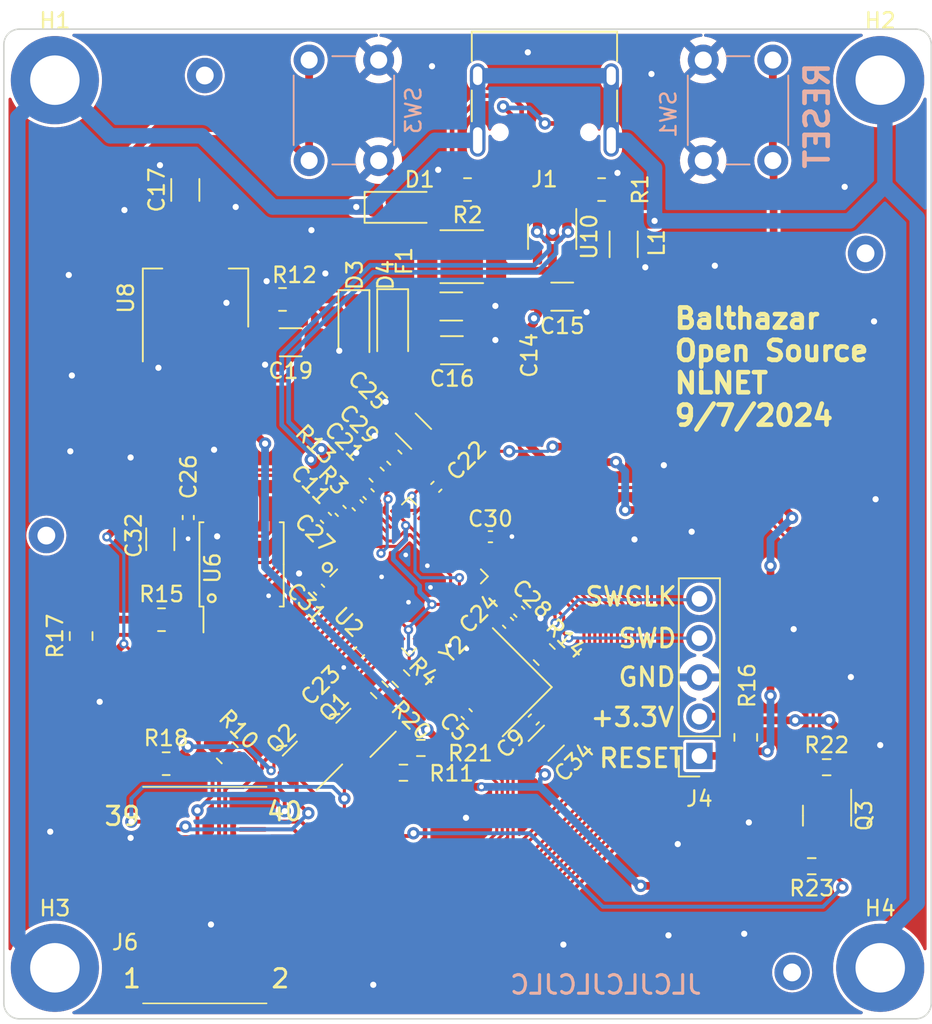
<source format=kicad_pcb>
(kicad_pcb (version 20240108) (generator "pcbnew") (generator_version "8.0")
  (layers (0 "F.Cu" signal) (1 "In1.Cu" signal) (2 "In2.Cu" signal) (31 "B.Cu" signal) (34 "B.Paste" user) (35 "F.Paste" user) (36 "B.SilkS" user "B.Silkscreen") (37 "F.SilkS" user "F.Silkscreen") (38 "B.Mask" user) (39 "F.Mask" user) (44 "Edge.Cuts" user))
  (net 0 "")
  (net 1 "GND")
  (net 2 "+3V3")
  (net 3 "VBUS")
  (net 4 "GNDPWR")
  (net 5 "Net-(J1-CC1)")
  (net 7 "Net-(J1-CC2)")
  (net 9 "DUP+")
  (net 10 "DUP-")
  (net 11 "SWD")
  (net 12 "SWCLK")
  (net 13 "HOTKEY")
  (net 14 "DRV4")
  (net 15 "SENSE5")
  (net 16 "DRV5")
  (net 17 "SENSE0")
  (net 18 "DRV8")
  (net 19 "SENSE3")
  (net 20 "Net-(U2-USB_DP)")
  (net 21 "+5V")
  (net 22 "DRV6")
  (net 23 "SENSE2")
  (net 24 "DRV3")
  (net 25 "SENSE4")
  (net 26 "/~{USB_BOOT}")
  (net 27 "DRV7")
  (net 28 "SENSE1")
  (net 29 "DRV2")
  (net 30 "SENSE6")
  (net 31 "DRV10")
  (net 32 "SENSE7")
  (net 33 "DRV1")
  (net 34 "PWRSWITCH")
  (net 35 "DRV9")
  (net 36 "LED-CAPS-LOCK")
  (net 37 "DRV0")
  (net 38 "LED-POWER")
  (net 39 "DRV11")
  (net 40 "DRV14")
  (net 41 "Net-(U2-XIN)")
  (net 42 "Net-(U2-XOUT)")
  (net 43 "+1V1")
  (net 44 "DRV12")
  (net 45 "RESET")
  (net 46 "DRV15")
  (net 47 "DRV13")
  (net 48 "LED-MIC-MUTE")
  (net 49 "TP4-RESET-5V")
  (net 50 "TP4-CLK-5V")
  (net 51 "TP4-DATA-5V")
  (net 52 "TP4-CLK-3V3")
  (net 54 "Net-(U2-USB_DM)")
  (net 55 "SD3")
  (net 56 "QSPI_CLK")
  (net 57 "SD0")
  (net 58 "SD2")
  (net 59 "SD1")
  (net 60 "CS")
  (net 61 "Net-(C9-Pad2)")
  (net 63 "TP4-DATA-3V3")
  (net 64 "TP4-RESET-3V3")
  (net 65 "LED-VOL-MUTE")
  (net 66 "KBDID2")
  (net 67 "KBDID1")
  (net 68 "KBDID0")
  (net 69 "Net-(U2-GPIO9)")
  (footprint "Capacitor_SMD:C_0402_1005Metric_Pad0.74x0.62mm_HandSolder" (layer "F.Cu") (at 28.39 33.244843 135)
    (property "Reference" "C31")
    (property "Value" "100nF")
  )
  (footprint "Capacitor_SMD:C_1206_3216Metric_Pad1.33x1.80mm_HandSolder" (layer "F.Cu") (at 34.5 23 135)
    (property "Reference" "C25")
    (property "Value" "10uF")
  )
  (footprint "Inductor_SMD:L_1206_3216Metric" (layer "F.Cu") (at 48.1 10.915 90)
    (property "Reference" "L1")
    (property "Value" "60R@100MHz" (hide yes))
  )
  (footprint "Package_TO_SOT_SMD:SOT-23" (layer "F.Cu") (at 61.26 47.86 -90)
    (property "Reference" "Q3")
    (property "Value" "BSS138" (hide yes))
  )
  (footprint "Resistor_SMD:R_0603_1608Metric_Pad0.98x0.95mm_HandSolder" (layer "F.Cu") (at 33.69 39 -45)
    (property "Reference" "R4")
    (property "Value" "10K")
  )
  (footprint "Resistor_SMD:R_0603_1608Metric_Pad0.98x0.95mm_HandSolder" (layer "F.Cu") (at 34.98 43.484843)
    (property "Reference" "R21")
    (property "Value" "10K" (hide yes))
  )
  (footprint "Resistor_SMD:R_0805_2012Metric_Pad1.20x1.40mm_HandSolder" (layer "F.Cu") (at 26.03 14.48)
    (property "Reference" "R12")
    (property "Value" "100k" (hide yes))
  )
  (footprint "Resistor_SMD:R_0805_2012Metric_Pad1.20x1.40mm_HandSolder" (layer "F.Cu") (at 22.457107 43.8 135)
    (property "Reference" "R10")
    (property "Value" "100")
  )
  (footprint "Capacitor_SMD:C_0402_1005Metric_Pad0.74x0.62mm_HandSolder" (layer "F.Cu") (at 29.788717 28.15356 135)
    (property "Reference" "C11")
    (property "Value" "100nF" (hide yes))
  )
  (footprint "Capacitor_SMD:C_1206_3216Metric_Pad1.33x1.80mm_HandSolder" (layer "F.Cu") (at 44.125 14.3)
    (property "Reference" "C15")
    (property "Value" "10uF" (hide yes))
  )
  (footprint "Resistor_SMD:R_0805_2012Metric_Pad1.20x1.40mm_HandSolder" (layer "F.Cu") (at 18.5 44.5)
    (property "Reference" "R18")
    (property "Value" "100" (hide yes))
  )
  (footprint "Capacitor_SMD:C_1206_3216Metric_Pad1.33x1.80mm_HandSolder" (layer "F.Cu") (at 36.945 14.935)
    (property "Reference" "C14")
    (property "Value" "10uF" (hide yes))
  )
  (footprint "Package_TO_SOT_SMD:SOT-23-6" (layer "F.Cu") (at 43.475 10.425 -90)
    (property "Reference" "U10")
    (property "Value" "SRV05-4" (hide yes))
  )
  (footprint "Capacitor_SMD:C_0402_1005Metric_Pad0.74x0.62mm_HandSolder" (layer "F.Cu") (at 41.341573 34.67327 -45)
    (property "Reference" "C28")
    (property "Value" "100nF")
  )
  (footprint "Capacitor_SMD:C_1206_3216Metric_Pad1.33x1.80mm_HandSolder" (layer "F.Cu") (at 19.74 7.4 90)
    (property "Reference" "C17")
    (property "Value" "10uF" (hide yes))
  )
  (footprint "Capacitor_SMD:C_0402_1005Metric_Pad0.74x0.62mm_HandSolder" (layer "F.Cu") (at 42.281573 41.64327 45)
    (property "Reference" "C9")
    (property "Value" "22pF" (hide yes))
  )
  (footprint "A-Thinkpad-USB-keyboard-footprints:JLCPCB-tooling-hole" (layer "F.Cu") (at 10.75 29.75)
    (property "Reference" "H12")
    (property "Value" "MountingHole" (hide yes))
  )
  (footprint "Diode_SMD:D_SOD-123" (layer "F.Cu") (at 33.7 8.525)
    (property "Reference" "D1")
    (property "Value" "SMF9.0CA" (hide yes))
  )
  (footprint "Resistor_SMD:R_0805_2012Metric_Pad1.20x1.40mm_HandSolder" (layer "F.Cu") (at 56 42.8 90)
    (property "Reference" "R16")
    (property "Value" "1K")
  )
  (footprint "Capacitor_SMD:C_1206_3216Metric_Pad1.33x1.80mm_HandSolder" (layer "F.Cu") (at 26.56 17.25 180)
    (property "Reference" "C19")
    (property "Value" "10uF" (hide yes))
  )
  (footprint "Diode_SMD:D_SOD-123" (layer "F.Cu") (at 33.155 16.1775 -90)
    (property "Reference" "D4")
    (property "Value" "RB060M-60TR" (hide yes))
  )
  (footprint "Package_TO_SOT_SMD:SOT-223-3_TabPin2" (layer "F.Cu") (at 20.4 14.39 90)
    (property "Reference" "U8")
    (property "Value" "TLV1117-33" (hide yes))
  )
  (footprint "Capacitor_SMD:C_0603_1608Metric_Pad1.08x0.95mm_HandSolder" (layer "F.Cu") (at 33.263686 24.708427 135)
    (property "Reference" "C29")
    (property "Value" "1uF")
  )
  (footprint "Capacitor_SMD:C_0402_1005Metric_Pad0.74x0.62mm_HandSolder" (layer "F.Cu") (at 31.6 27.074843 -45)
    (property "Reference" "R13")
    (property "Value" "27" (hide yes))
  )
  (footprint "MountingHole:MountingHole_3.2mm_M3_ISO7380_Pad" (layer "F.Cu") (at 11.3 57.7)
    (property "Reference" "H3")
    (property "Value" "MountingHole_Pad" (hide yes))
  )
  (footprint "Fuse:Fuse_1812_4532Metric_Pad1.30x3.40mm_HandSolder" (layer "F.Cu") (at 37.625 11.715 180)
    (property "Reference" "F1")
    (property "Value" "1812L075PR" (hide yes))
  )
  (footprint "Package_TO_SOT_SMD:SOT-23" (layer "F.Cu") (at 27.605336 44.626004 -135)
    (property "Reference" "Q2")
    (property "Value" "BSS138" (hide yes))
  )
  (footprint "Capacitor_SMD:C_0402_1005Metric_Pad0.74x0.62mm_HandSolder" (layer "F.Cu") (at 30.98 37.3 -135)
    (property "Reference" "C23")
    (property "Value" "100nF" (hide yes))
  )
  (footprint "Crystal:Crystal_SMD_3225-4Pin_3.2x2.5mm_HandSoldering" (layer "F.Cu") (at 39.951573 39.23327 135)
    (property "Reference" "Y2")
    (property "Value" "12MHz" (hide yes))
  )
  (footprint "Capacitor_SMD:C_0805_2012Metric_Pad1.18x1.45mm_HandSolder" (layer "F.Cu") (at 13 36.25 90)
    (property "Reference" "R17")
    (property "Value" "DNI" (hide yes))
  )
  (footprint "Capacitor_SMD:C_0402_1005Metric_Pad0.74x0.62mm_HandSolder" (layer "F.Cu") (at 40.621573 35.39327 -45)
    (property "Reference" "C24")
    (property "Value" "100nF")
  )
  (footprint "Resistor_SMD:R_0805_2012Metric_Pad1.20x1.40mm_HandSolder" (layer "F.Cu") (at 18.2 35.19)
    (property "Reference" "R15")
    (property "Value" "1K")
  )
  (footprint "Diode_SMD:D_SOD-123" (layer "F.Cu") (at 30.65 16.24 -90)
    (property "Reference" "D3")
    (property "Value" "RB060M-60TR" (hide yes))
  )
  (footprint "Resistor_SMD:R_0805_2012Metric_Pad1.20x1.40mm_HandSolder" (layer "F.Cu") (at 42.961573 37.44327 135)
    (property "Reference" "R14")
    (property "Value" "1K")
  )
  (footprint "MountingHole:MountingHole_3.2mm_M3_ISO7380_Pad" (layer "F.Cu") (at 64.7 57.7)
    (property "Reference" "H4")
    (property "Value" "MountingHole_Pad" (hide yes))
  )
  (footprint "A-Thinkpad-USB-keyboard-footprints:JLCPCB-tooling-hole" (layer "F.Cu") (at 59 58)
    (property "Reference" "H10")
    (property "Value" "MountingHole")
  )
  (footprint "Package_SO:SOIC-8_5.23x5.23mm_P1.27mm" (layer "F.Cu") (at 23.38 31.614843 90)
    (property "Reference" "U6")
    (property "Value" "W25Q128JVS" (hide yes))
  )
  (footprint "Capacitor_SMD:C_1206_3216Metric_Pad1.33x1.80mm_HandSolder" (layer "F.Cu") (at 36.985 17.765)
    (property "Reference" "C16")
    (property "Value" "10uF" (hide yes))
  )
  (footprint "Resistor_SMD:R_0603_1608Metric_Pad0.98x0.95mm_HandSolder" (layer "F.Cu") (at 60.2675 51.13 180)
    (property "Reference" "R23")
    (property "Value" "10K")
  )
  (footprint "MountingHole:MountingHole_3.2mm_M3_ISO7380_Pad" (layer "F.Cu") (at 11.3 0.3)
    (property "Reference" "H1")
    (property "Value" "MountingHole_Pad" (hide yes))
  )
  (footprint "Capacitor_SMD:C_0402_1005Metric_Pad0.74x0.62mm_HandSolder" (layer "F.Cu") (at 39.48 29.824843)
    (property "Reference" "C30")
    (property "Value" "100nF" (hide yes))
  )
  (footprint "Connector_USB:USB_C_Receptacle_HRO_TYPE-C-31-M-12" (layer "F.Cu") (at 42.975 1.065 180)
    (property "Reference" "J1")
    (property "Value" "USB_C_Receptacle_USB2.0")
  )
  (footprint "Resistor_SMD:R_0805_2012Metric_Pad1.20x1.40mm_HandSolder" (layer "F.Cu") (at 38 7.375 180)
    (property "Reference" "R2")
    (property "Value" "5.1k" (hide yes))
  )
  (footprint "Capacitor_SMD:C_0402_1005Metric_Pad0.74x0.62mm_HandSolder" (layer "F.Cu") (at 28.838717 28.60356 135)
    (property "Reference" "C27")
    (property "Value" "100nF" (hide yes))
  )
  (footprint "Package_DFN_QFN:QFN-56-1EP_7x7mm_P0.4mm_EP3.2x3.2mm" (layer "F.Cu") (at 34.213686 32.389798 45)
    (property "Reference" "U2")
    (property "Value" "RP2040" (hide yes))
  )
  (footprint "Resistor_SMD:R_0603_1608Metric_Pad0.98x0.95mm_HandSolder" (layer "F.Cu") (at 61.2325 44.73)
    (property "Reference" "R22")
    (property "Value" "10K")
  )
  (footprint "Capacitor_SMD:C_1206_3216Metric_Pad1.33x1.80mm_HandSolder" (layer "F.Cu") (at 18.12 29.9875 -90)
    (property "Reference" "C32")
    (property "Value" "10uF" (hide yes))
  )
  (footprint "Connector_PinSocket_2.54mm:PinSocket_1x05_P2.54mm_Vertical" (layer "F.Cu") (at 53 44 180)
    (property "Reference" "J4")
    (property "Value" "SWD")
  )
  (footprint "Capacitor_SMD:C_0402_1005Metric_Pad0.74x0.62mm_HandSolder" (layer "F.Cu") (at 19.93 28.584843 -90)
    (property "Reference" "C26")
    (property "Value" "100nF" (hide yes))
  )
  (footprint "Resistor_SMD:R_0603_1608Metric_Pad0.98x0.95mm_HandSolder" (layer "F.Cu") (at 32.295235 39.730078 -45)
    (property "Reference" "R20")
    (property "Value" "10K" (hide yes))
  )
  (footprint "Capacitor_SMD:C_1206_3216Metric_Pad1.33x1.80mm_HandSolder" (layer "F.Cu") (at 43.09 43.18 45)
    (property "Reference" "C34")
    (property "Value" "10uF")
  )
  (footprint "A-Thinkpad-USB-keyboard-footprints:Molex Slimstack 54363-0489" (layer "F.Cu") (at 21 53)
    (property "Reference" "J6")
    (property "Value" "Conn_02x20_Odd_Even_MountingPin" (hide yes))
  )
  (footprint "A-Thinkpad-USB-keyboard-footprints:JLCPCB-tooling-hole" (layer "F.Cu") (at 63.75 11.5)
    (property "Reference" "H9")
    (property "Value" "MountingHole" (hide yes))
  )
  (footprint "Resistor_SMD:R_0603_1608Metric_Pad0.98x0.95mm_HandSolder" (layer "F.Cu") (at 33.85 45.084843)
    (property "Reference" "R11")
    (property "Value" "10K" (hide yes))
  )
  (footprint "Capacitor_SMD:C_0402_1005Metric_Pad0.74x0.62mm_HandSolder" (layer "F.Cu") (at 35.98 26.594843 45)
    (property "Reference" "C22")
    (property "Value" "100nF")
  )
  (footprint "Capacitor_SMD:C_0603_1608Metric_Pad1.08x0.95mm_HandSolder" (layer "F.Cu") (at 32.113686 25.808427 135)
    (property "Reference" "C21")
    (property "Value" "1uF")
  )
  (footprint "Resistor_SMD:R_0805_2012Metric_Pad1.20x1.40mm_HandSolder" (layer "F.Cu") (at 46.675 7.375)
    (property "Reference" "R1")
    (property "Value" "5.1k")
  )
  (footprint "Capacitor_SMD:C_0402_1005Metric_Pad0.74x0.62mm_HandSolder" (layer "F.Cu") (at 30.89 27.794843 -45)
    (property "Reference" "R3")
    (property "Value" "27" (hide yes))
  )
  (footprint "Package_TO_SOT_SMD:SOT-23" (layer "F.Cu") (at 31.07 42.504843 -135)
    (property "Reference" "Q1")
    (property "Value" "BSS138" (hide yes))
  )
  (footprint "Capacitor_SMD:C_0402_1005Metric_Pad0.74x0.62mm_HandSolder" (layer "F.Cu") (at 37.942856 41.294553 135)
    (property "Reference" "C5")
    (property "Value" "22pF")
  )
  (footprint "MountingHole:MountingHole_3.2mm_M3_ISO7380_Pad" (layer "F.Cu") (at 64.7 0.3)
    (property "Reference" "H2")
    (property "Value" "MountingHole_Pad" (hide yes))
  )
  (footprint "A-Thinkpad-USB-keyboard-footprints:JLCPCB-tooling-hole" (layer "F.Cu") (at 21 0)
    (property "Reference" "H11")
    (property "Value" "MountingHole" (hide yes))
  )
  (footprint "Button_Switch_THT:SW_PUSH_6mm_H5mm" (layer "B.Cu") (at 32.25 5.5 90)
    (property "Reference" "SW3")
    (property "Value" "SW_Push" (hide yes))
  )
  (footprint "Button_Switch_THT:SW_PUSH_6mm_H5mm" (layer "B.Cu") (at 53.25 -1 -90)
    (property "Reference" "SW1")
    (property "Value" "SW_Push" (hide yes))
  )
  (gr_circle (center 28.931573 31.81327) (end 29.081573 31.56327) (stroke (width 0.15)) (fill none) (layer "F.SilkS"))
  (gr_circle (center 21.45 33.8) (end 21.45 33.55) (stroke (width 0.15)) (fill none) (layer "F.SilkS"))
  (gr_arc (start 8 -2) (mid 8.292893 -2.707107) (end 9 -3) (stroke (width 0.1)) (layer "Edge.Cuts"))
  (gr_arc (start 9 61) (mid 8.292893 60.707107) (end 8 60) (stroke (width 0.1)) (layer "Edge.Cuts"))
  (gr_arc (start 67 -3) (mid 67.707107 -2.707107) (end 68 -2) (stroke (width 0.1)) (layer "Edge.Cuts"))
  (gr_line (start 67 -3) (end 9 -3) (stroke (width 0.1)) (layer "Edge.Cuts"))
  (gr_line (start 68 60) (end 68 -2) (stroke (width 0.1)) (layer "Edge.Cuts"))
  (gr_arc (start 68 60) (mid 67.707107 60.707107) (end 67 61) (stroke (width 0.1)) (layer "Edge.Cuts"))
  (gr_line (start 9 61) (end 67 61) (stroke (width 0.1)) (layer "Edge.Cuts"))
  (gr_line (start 8 -2) (end 8 60) (stroke (width 0.1)) (layer "Edge.Cuts"))
  (gr_text "JLCJLCJLCJLC" (at 53.25 59.5 0) (layer "B.SilkS") (effects (font (size 1.2 1.2) (thickness 0.2) (bold yes)) (justify left bottom mirror)))
  (gr_text "RESET" (at 61.5 -1 90) (layer "B.SilkS") (effects (font (size 1.5 1.5) (thickness 0.3) (bold yes)) (justify left bottom mirror)))
  (gr_text "RESET" (at 46.4 44.85 0) (layer "F.SilkS") (effects (font (size 1.2 1.2) (thickness 0.2) (bold yes)) (justify left bottom)))
  (gr_text "+3.3V" (at 45.85 42.2 0) (layer "F.SilkS") (effects (font (size 1.2 1.2) (thickness 0.2) (bold yes)) (justify left bottom)))
  (gr_text "SWD" (at 47.65 37.1 0) (layer "F.SilkS") (effects (font (size 1.2 1.2) (thickness 0.2) (bold yes)) (justify left bottom)))
  (gr_text "Balthazar \nOpen Source\nNLNET\n9/7/2024" (at 51.25 22.75 0) (layer "F.SilkS") (effects (font (size 1.3 1.3) (thickness 0.3) (bold yes)) (justify left bottom)))
  (gr_text "SWCLK" (at 45.5 34.4 0) (layer "F.SilkS") (effects (font (size 1.2 1.2) (thickness 0.2) (bold yes)) (justify left bottom)))
  (gr_text "GND" (at 47.65 39.6 0) (layer "F.SilkS") (effects (font (size 1.2 1.2) (thickness 0.2) (bold yes)) (justify left bottom)))
  (segment (start 39.765 14.935) (end 39.8 14.9) (width 0.5) (layer "F.Cu") (net 1))
  (segment (start 40.86 29.824843) (end 40.87 29.814843) (width 0.2) (layer "F.Cu") (net 1))
  (segment (start 36.1 6.1) (end 37 7) (width 0.5) (layer "F.Cu") (net 1))
  (segment (start 36.82 36.84) (end 36.83 36.85) (width 0.2) (layer "F.Cu") (net 1))
  (segment (start 34.1 32.5) (end 34.213686 32.389798) (width 0.2) (layer "F.Cu") (net 1))
  (segment (start 24.9975 17.25) (end 24.9975 18.6025) (width 0.5) (layer "F.Cu") (net 1))
  (segment (start 36.82 36.410325) (end 36.82 36.84) (width 0.2) (layer "F.Cu") (net 1))
  (segment (start 48.1 12.49) (end 49.41 12.49) (width 0.5) (layer "F.Cu") (net 1))
  (segment (start 30.441283 37.576414) (end 30.441283 37.74356) (width 0.2) (layer "F.Cu") (net 1))
  (segment (start 25.285 35.214843) (end 25.285 33.799843) (width 0.5) (layer "F.Cu") (net 1))
  (segment (start 40.163705 41.071748) (end 38.968227 41.071748) (width 0.5) (layer "F.Cu") (net 1))
  (segment (start 43.5 9.3125) (end 43.475 9.2875) (width 0.5) (layer "F.Cu") (net 1))
  (segment (start 40.907485 41.071748) (end 41.88029 42.044553) (width 0.5) (layer "F.Cu") (net 1))
  (segment (start 41.412856 35.404553) (end 41.742856 35.074553) (width 0.5) (layer "F.Cu") (net 1))
  (segment (start 38.968227 41.071748) (end 38.344139 41.695836) (width 0.5) (layer "F.Cu") (net 1))
  (segment (start 34.18 33.770325) (end 34.213686 33.804011) (width 0.2) (layer "F.Cu") (net 1))
  (segment (start 45.6875 14.3) (end 45.6875 15.2875) (width 0.5) (layer "F.Cu") (net 1))
  (segment (start 47.675 6.325) (end 47.7 6.3) (width 0.5) (layer "F.Cu") (net 1))
  (segment (start 17.9 50.25) (end 16.964196 50.25) (width 0.3) (layer "F.Cu") (net 1))
  (segment (start 18.1 17.54) (end 18.1 18.8) (width 0.5) (layer "F.Cu") (net 1))
  (segment (start 34.213686 33.804011) (end 34.1 32.5) (width 0.2) (layer "F.Cu") (net 1))
  (segment (start 30.56 17.8) (end 30.65 17.89) (width 0.5) (layer "F.Cu") (net 1))
  (segment (start 34.469675 34.06) (end 34.18 34.06) (width 0.2) (layer "F.Cu") (net 1))
  (segment (start 47.675 7.375) (end 47.675 6.325) (width 0.5) (layer "F.Cu") (net 1))
  (segment (start 35.937259 35.527584) (end 36.82 36.410325) (width 0.2) (layer "F.Cu") (net 1))
  (segment (start 33.395146 21.795146) (end 33.395146 21.895146) (width 0.5) (layer "F.Cu") (net 1))
  (segment (start 32.653806 23.953806) (end 32 23.3) (width 0.5) (layer "F.Cu") (net 1))
  (segment (start 19.93 29.152343) (end 19.93 29.944843) (width 0.5) (layer "F.Cu") (net 1))
  (segment (start 34.18 34.06) (end 34.18 33.770325) (width 0.2) (layer "F.Cu") (net 1))
  (segment (start 19.74 5.8375) (end 18.1375 5.8375) (width 0.5) (layer "F.Cu") (net 1))
  (segment (start 37 7) (end 37 7.375) (width 0.5) (layer "F.Cu") (net 1))
  (segment (start 16.2 49.485804) (end 16.2 49.3) (width 0.3) (layer "F.Cu") (net 1))
  (segment (start 32.653806 24.098547) (end 32.653806 23.953806) (width 0.5) (layer "F.Cu") (net 1))
  (segment (start 29.7 17.8) (end 30.56 17.8) (width 0.5) (layer "F.Cu") (net 1))
  (segment (start 43.5 10.1) (end 43.5 9.3125) (width 0.5) (layer "F.Cu") (net 1))
  (segment (start 45.6875 15.2875) (end 45.7 15.3) (width 0.5) (layer "F.Cu") (net 1))
  (segment (start 39.739441 37.394792) (end 39.420195 37.075546) (width 0.5) (layer "F.Cu") (net 1))
  (segment (start 30.568717 37.701283) (end 29.99 38.28) (width 0.2) (layer "F.Cu") (net 1))
  (segment (start 39.420195 37.075546) (end 37.951528 37.075546) (width 0.5) (layer "F.Cu") (net 1))
  (segment (start 41.724139 35.09327) (end 42.721573 35.09327) (width 0.5) (layer "F.Cu") (net 1))
  (segment (start 16.964196 50.25) (end 16.2 49.485804) (width 0.3) (layer "F.Cu") (net 1))
  (segment (start 18.1375 5.8375) (end 18.1 5.8) (width 0.5) (layer "F.Cu") (net 1))
  (segment (start 32.7 21.1) (end 33.395146 21.795146) (width 0.5) (layer "F.Cu") (net 1))
  (segment (start 35.937259 35.527584) (end 34.469675 34.06) (width 0.2) (layer "F.Cu") (net 1))
  (segment (start 39.8 17.10424) (end 39.13924 17.765) (width 0.5) (layer "F.Cu") (net 1))
  (segment (start 25.03 13.33) (end 25 13.3) (width 0.5) (layer "F.Cu") (net 1))
  (segment (start 41.022856 35.794553) (end 41.412856 35.404553) (width 0.5) (layer "F.Cu") (net 1))
  (segment (start 25.03 14.48) (end 25.03 13.33) (width 0.5) (layer "F.Cu") (net 1))
  (segment (start 47.415 6.3) (end 47.7 6.3) (width 0.5) (layer "F.Cu") (net 1))
  (segment (start 38.5075 14.935) (end 39.765 14.935) (width 0.5) (layer "F.Cu") (net 1))
  (segment (start 46.225 5.11) (end 47.415 6.3) (width 0.5) (layer "F.Cu") (net 1))
  (segment (start 18.1 18.8) (end 18 18.9) (width 0.5) (layer "F.Cu") (net 1))
  (segment (start 19.93 29.944843) (end 19.92 29.954843) (width 0.5) (layer "F.Cu") (net 1))
  (segment (start 41.412856 35.404553) (end 41.724139 35.09327) (width 0.5) (layer "F.Cu") (net 1))
  (segment (start 25.285 33.799843) (end 25.13 33.644843) (width 0.5) (layer "F.Cu") (net 1))
  (segment (start 39.13924 17.765) (end 38.5475 17.765) (width 0.5) (layer "F.Cu") (net 1))
  (segment (start 31.503806 25.103806) (end 30.8 24.4) (width 0.5) (layer "F.Cu") (net 1))
  (segment (start 40.0475 29.824843) (end 40.86 29.824843) (width 0.2) (layer "F.Cu") (net 1))
  (segment (start 40.163705 41.071748) (end 40.907485 41.071748) (width 0.5) (layer "F.Cu") (net 1))
  (segment (start 24.9975 18.6025) (end 24.9 18.7) (width 0.5) (layer "F.Cu") (net 1))
  (segment (start 49.41 12.49) (end 49.5 12.4) (width 0.5) (layer "F.Cu") (net 1))
  (segment (start 31.503806 25.198547) (end 31.503806 25.103806) (width 0.5) (layer "F.Cu") (net 1))
  (segment (start 30.578717 37.701283) (end 30.568717 37.701283) (width 0.2) (layer "F.Cu") (net 1))
  (via (at 50.7 25.2) (size 0.8) (drill 0.4) (layers "F.Cu" "B.Cu") (net 1))
  (via (at 37.9 48) (size 0.8) (drill 0.4) (layers "F.Cu" "B.Cu") (net 1))
  (via (at 29.7 17.8) (size 0.8) (drill 0.4) (layers "F.Cu" "B.Cu") (net 1))
  (via (at 34 31) (size 0.6) (drill 0.3) (layers "F.Cu" "B.Cu") (net 1))
  (via (at 32.44 32.42) (size 0.6) (drill 0.3) (layers "F.Cu" "B.Cu") (net 1))
  (via (at 32 23.3) (size 0.8) (drill 0.4) (layers "F.Cu" "B.Cu") (net 1))
  (via (at 24.9 18.7) (size 0.8) (drill 0.4) (layers "F.Cu" "B.Cu") (net 1))
  (via (at 64.7 43.3) (size 0.8) (drill 0.4) (layers "F.Cu" "B.Cu") (net 1))
  (via (at 12.4 19.4) (size 0.8) (drill 0.4) (layers "F.Cu" "B.Cu") (net 1))
  (via (at 48.8 30) (size 0.8) (drill 0.4) (layers "F.Cu" "B.Cu") (net 1))
  (via (at 56.2 48.3) (size 0.8) (drill 0.4) (layers "F.Cu" "B.Cu") (net 1))
  (via (at 43.5 10.1) (size 0.8) (drill 0.4) (layers "F.Cu" "B.Cu") (net 1))
  (via (at 14.2 40.5) (size 0.8) (drill 0.4) (layers "F.Cu" "B.Cu") (net 1))
  (via (at 62.8 38.9) (size 0.8) (drill 0.4) (layers "F.Cu" "B.Cu") (net 1))
  (via (at 49.9 -0.1) (size 0.8) (drill 0.4) (layers "F.Cu" "B.Cu") (net 1))
  (via (at 49.5 12.4) (size 0.8) (drill 0.4) (layers "F.Cu" "B.Cu") (net 1))
  (via (at 51.6 49.7) (size 0.8) (drill 0.4) (layers "F.Cu" "B.Cu") (net 1))
  (via (at 47.7 6.3) (size 0.8) (drill 0.4) (layers "F.Cu" "B.Cu") (net 1))
  (via (at 19.92 29.954843) (size 0.6) (drill 0.3) (layers "F.Cu" "B.Cu") (net 1))
  (via (at 12.3 24.3) (size 0.8) (drill 0.4) (layers "F.Cu" "B.Cu") (net 1))
  (via (at 35.7 -0.6) (size 0.8) (drill 0.4) (layers "F.Cu" "B.Cu") (net 1))
  (via (at 35.4 31.7) (size 0.6) (drill 0.3) (layers "F.Cu" "B.Cu") (net 1))
  (via (at 25.13 33.644843) (size 0.6) (drill 0.3) (layers "F.Cu" "B.Cu") (net 1))
  (via (at 55.9 55.5) (size 0.8) (drill 0.4) (layers "F.Cu" "B.Cu") (net 1))
  (via (at 15.8 8.7) (size 0.8) (drill 0.4) (layers "F.Cu" "B.Cu") (net 1))
  (via (at 16.2 49.3) (size 0.8) (drill 0.4) (layers "F.Cu" "B.Cu") (net 1))
  (via (at 36.1 6.1) (size 0.8) (drill 0.4) (layers "F.Cu" "B.Cu") (net 1))
  (via (at 22.4 14.7) (size 0.8) (drill 0.4) (layers "F.Cu" "B.Cu") (net 1))
  (via (at 52.5 29.5) (size 0.8) (drill 0.4) (layers "F.Cu" "B.Cu") (net 1))
  (via (at 27.1 32.2) (size 0.8) (drill 0.4) (layers "F.Cu" "B.Cu") (net 1))
  (via (at 28.8 12.8) (size 0.8) (drill 0.4) (layers "F.Cu" "B.Cu") (net 1))
  (via (at 59.1 35.8) (size 0.8) (drill 0.4) (layers "F.Cu" "B.Cu") (net 1))
  (via (at 64.4 27.4) (size 0.8) (drill 0.4) (layers "F.Cu" "B.Cu") (net 1))
  (via (at 21.4 54.9) (size 0.8) (drill 0.4) (layers "F.Cu" "B.Cu") (net 1))
  (via (at 42.721573 35.09327) (size 0.8) (drill 0.4) (layers "F.Cu" "B.Cu") (net 1))
  (via (at 25 13.3) (size 0.8) (drill 0.4) (layers "F.Cu" "B.Cu") (net 1))
  (via (at 12.2 12.9) (size 0.8) (drill 0.4) (layers "F.Cu" "B.Cu") (net 1))
  (via (at 39.8 17.10424) (size 0.8) (drill 0.4) (layers "F.Cu" "B.Cu") (net 1))
  (via (at 41.9 -1.5) (size 0.8) (drill 0.4) (layers "F.Cu" "B.Cu") (net 1))
  (via (at 16.2 24.7) (size 0.8) (drill 0.4) (layers "F.Cu" "B.Cu") (net 1))
  (via (at 32.7 21.1) (size 0.8) (drill 0.4) (layers "F.Cu" "B.Cu") (net 1))
  (via (at 29.99 38.28) (size 0.6) (drill 0.3) (layers "F.Cu" "B.Cu") (net 1))
  (via (at 62.4 7.2) (size 0.8) (drill 0.4) (layers "F.Cu" "B.Cu") (net 1))
  (via (at 27.9 10) (size 0.8) (drill 0.4) (layers "F.Cu" "B.Cu") (net 1))
  (via (at 18.1 5.8) (size 0.8) (drill 0.4) (layers "F.Cu" "B.Cu") (net 1))
  (via (at 31.9 58.8) (size 0.8) (drill 0.4) (layers "F.Cu" "B.Cu") (net 1))
  (via (at 45.7 15.3) (size 0.8) (drill 0.4) (layers "F.Cu" "B.Cu") (net 1))
  (via (at 21.8 29.8) (size 0.8) (drill 0.4) (layers "F.Cu" "B.Cu") (net 1))
  (via (at 18 18.9) (size 0.8) (drill 0.4) (layers "F.Cu" "B.Cu") (net 1))
  (via (at 37.951528 37.075546) (size 0.6) (drill 0.3) (layers "F.Cu" "B.Cu") (net 1))
  (via (at 11 48.9) (size 0.8) (drill 0.4) (layers "F.Cu" "B.Cu") (net 1))
  (via (at 39.8 14.9) (size 0.8) (drill 0.4) (layers "F.Cu" "B.Cu") (net 1))
  (via (at 40.87 29.814843) (size 0.6) (drill 0.3) (layers "F.Cu" "B.Cu") (net 1))
  (via (at 51 55.6) (size 0.8) (drill 0.4) (layers "F.Cu" "B.Cu") (net 1))
  (via (at 35.6 33.1) (size 0.6) (drill 0.3) (layers "F.Cu" "B.Cu") (net 1))
  (via (at 44.2 56.2) (size 0.8) (drill 0.4) (layers "F.Cu" "B.Cu") (net 1))
  (via (at 21.6 24.2) (size 0.8) (drill 0.4) (layers "F.Cu" "B.Cu") (net 1))
  (via (at 34.18 34.06) (size 0.6) (drill 0.3) (layers "F.Cu" "B.Cu") (net 1))
  (via (at 30.8 24.4) (size 0.8) (drill 0.4) (layers "F.Cu" "B.Cu") (net 1))
  (via (at 36.83 36.85) (size 0.6) (drill 0.3) (layers "F.Cu" "B.Cu") (net 1))
  (via (at 23 8.5) (size 0.8) (drill 0.4) (layers "F.Cu" "B.Cu") (net 1))
  (via (at 54 12.3) (size 0.8) (drill 0.4) (layers "F.Cu" "B.Cu") (net 1))
  (via (at 64.3 15.9) (size 0.8) (drill 0.4) (layers "F.Cu" "B.Cu") (net 1))
  (segment (start 36.306731 34.2) (end 35.7 34.2) (width 0.2) (layer "F.Cu") (net 2))
  (segment (start 62.21 46.9225) (end 62.21 44.795) (width 0.5) (layer "F.Cu") (net 2))
  (segment (start 47.6 25) (end 43.1 25) (width 0.5) (layer "F.Cu") (net 2))
  (segment (start 11.2 35.9) (end 11.2 38.1) (width 0.5) (layer "F.Cu") (net 2))
  (segment (start 38.092854 29.924843) (end 39.075 29.924843) (width 0.2) (layer "F.Cu") (net 2))
  (segment (start 42.5625 15.4375) (end 42.5625 14.3) (width 0.5) (layer "F.Cu") (net 2))
  (segment (start 53 41.46) (end 55.66 41.46) (width 0.5) (layer "F.Cu") (net 2))
  (segment (start 56 41.8) (end 56 28.8) (width 0.5) (layer "F.Cu") (net 2))
  (segment (start 33.11 40.544843) (end 32.94047 40.375313) (width 0.5) (layer "F.Cu") (net 2))
  (segment (start 62.145 44.73) (end 62.145 42.445) (width 0.5) (layer "F.Cu") (net 2))
  (segment (start 34 29.4) (end 34 29.1) (width 0.2) (layer "F.Cu") (net 2))
  (segment (start 21.4725 28.017343) (end 21.475 28.014843) (width 0.5) (layer "F.Cu") (net 2))
  (segment (start 11.8875 35.2125) (end 11.2 35.9) (width 0.5) (layer "F.Cu") (net 2))
  (segment (start 30.19 28.554843) (end 30.614748 28.554843) (width 0.2) (layer "F.Cu") (net 2))
  (segment (start 19.74 8.9625) (end 19.74 10.58) (width 0.5) (layer "F.Cu") (net 2))
  (segment (start 28.791283 34.091928) (end 28.791283 33.646126) (width 0.2) (layer "F.Cu") (net 2))
  (segment (start 30.167834 42.147009) (end 28.58 43.734843) (width 0.3) (layer "F.Cu") (net 2))
  (segment (start 32.962854 35.054843) (end 33.33 35.054843) (width 0.2) (layer "F.Cu") (net 2))
  (segment (start 62.21 44.795) (end 62.145 44.73) (width 0.5) (layer "F.Cu") (net 2))
  (segment (start 18.12 28.425) (end 16.075 28.425) (width 0.5) (layer "F.Cu") (net 2))
  (segment (start 36.785787 34.679056) (end 36.785787 34.717484) (width 0.2) (layer "F.Cu") (net 2))
  (segment (start 55.66 41.46) (end 56 41.8) (width 0.5) (layer "F.Cu") (net 2))
  (segment (start 38.131573 36.06327) (end 38.433205 36.06327) (width 0.2) (layer "F.Cu") (net 2))
  (segment (start 32.207271 29.502012) (end 31.663686 28.958427) (width 0.2) (layer "F.Cu") (net 2))
  (segment (start 33.621484 28.120641) (end 34.805888 28.120641) (width 0.2) (layer "F.Cu") (net 2))
  (segment (start 19.93 28.017343) (end 21.4725 28.017343) (width 0.5) (layer "F.Cu") (net 2))
  (segment (start 26.171005 47.5726) (end 26.171005 46.471005) (width 0.25) (layer "F.Cu") (net 2))
  (segment (start 34.805888 28.120641) (end 34.805888 28.088955) (width 0.2) (layer "F.Cu") (net 2))
  (segment (start 37.351472 30.666225) (end 36.817697 31.2) (width 0.2) (layer "F.Cu") (net 2))
  (segment (start 17.9 49.25) (end 20.5 49.25) (width 0.25) (layer "F.Cu") (net 2))
  (segment (start 33.33 35.054843) (end 33.4 35.054843) (width 0.2) (layer "F.Cu") (net 2))
  (segment (start 37.1 19.4425) (end 37.1 22.7) (width 0.5) (layer "F.Cu") (net 2))
  (segment (start 19.93 28.017343) (end 18.527657 28.017343) (width 0.5) (layer "F.Cu") (net 2))
  (segment (start 13 35.2125) (end 11.8875 35.2125) (width 0.5) (layer "F.Cu") (net 2))
  (segment (start 20.4 17.54) (end 20.4 18.9) (width 0.5) (layer "F.Cu") (net 2))
  (segment (start 33.33 35.054843) (end 30.875156 32.6) (width 0.2) (layer "F.Cu") (net 2))
  (segment (start 12.1 39) (end 13.51 39) (width 0.5) (layer "F.Cu") (net 2))
  (segment (start 40.8 22.7) (end 37.702978 22.7) (width 0.5) (layer "F.Cu") (net 2))
  (segment (start 16.68 37.67) (end 25.213211 37.67) (width 0.2) (layer "F.Cu") (net 2))
  (segment (start 34 29.1) (end 34 28.9) (width 0.2) (layer "F.Cu") (net 2))
  (segment (start 49.4 28.1) (end 48.2 28.1) (width 0.5) (layer "F.Cu") (net 2))
  (segment (start 31.332166 42.147009) (end 30.167834 42.147009) (width 0.3) (layer "F.Cu") (net 2))
  (segment (start 37.009708 22.7) (end 35.604854 24.104854) (width 0.5) (layer "F.Cu") (net 2))
  (segment (start 34 28.9) (end 33.503484 28.403484) (width 0.2) (layer "F.Cu") (net 2))
  (segment (start 59.2 41.7) (end 56.1 41.7) (width 0.5) (layer "F.Cu") (net 2))
  (segment (start 15.76 36.75) (end 16.68 37.67) (width 0.2) (layer "F.Cu") (net 2))
  (segment (start 34 29.4) (end 34.15 29.25) (width 0.2) (layer "F.Cu") (net 2))
  (segment (start 19.74 10.58) (end 20.4 11.24) (width 0.5) (layer "F.Cu") (net 2))
  (segment (start 33.4 35.054843) (end 34.18 35.834843) (width 0.2) (layer "F.Cu") (net 2))
  (segment (start 20.525224 47.525224) (end 21.5 46.550448) (width 0.25) (layer "F.Cu") (net 2))
  (segment (start 33.621484 28.120641) (end 33.621484 25.570389) (width 0.2) (layer "F.Cu") (net 2))
  (segment (start 39.504488 34.991987) (end 40.22029 34.991987) (width 0.2) (layer "F.Cu") (net 2))
  (segment (start 25.85 45.094843) (end 26.67 44.274843) (width 0.25) (layer "F.Cu") (net 2))
  (segment (start 54.8 27.6) (end 49.9 27.6) (width 0.5) (layer "F.Cu") (net 2))
  (segment (start 36.785787 34.679056) (end 36.306731 34.2) (width 0.2) (layer "F.Cu") (net 2))
  (segment (start 29.944529 33.000314) (end 29.298717 33.646126) (width 0.2) (layer "F.Cu") (net 2))
  (segment (start 33.155 17.8275) (end 35.36 17.8275) (width 0.5) (layer "F.Cu") (net 2))
  (segment (start 30.875156 32.6) (end 30.326529 32.6) (width 0.2) (layer "F.Cu") (net 2))
  (segment (start 16.075 28.425) (end 14.665 29.835) (width 0.5) (layer "F.Cu") (net 2))
  (segment (start 20.5 49.25) (end 20.525224 49.224776) (width 0.25) (layer "F.Cu") (net 2))
  (segment (start 37.351472 30.666225) (end 38.092854 29.924843) (width 0.2) (layer "F.Cu") (net 2))
  (segment (start 25.85 46.15) (end 25.85 45.094843) (width 0.25) (layer "F.Cu") (net 2))
  (segment (start 32.207271 29.534854) (end 32.207271 29.502012) (width 0.2) (layer "F.Cu") (net 2))
  (segment (start 21.5 46.550448) (end 21.5 43.342893) (width 0.25) (layer "F.Cu") (net 2))
  (segment (start 32.94047 40.375313) (end 32.94047 41.984373) (width 0.5) (layer "F.Cu") (net 2))
  (segment (start 18.12 21.18) (end 18.12 28.425) (width 0.5) (layer "F.Cu") (net 2))
  (segment (start 62.145 42.445) (end 61.4 41.7) (width 0.5) (layer "F.Cu") (net 2))
  (segment (start 36.817697 31.2) (end 36.61 31.2) (width 0.2) (layer "F.Cu") (net 2))
  (segment (start 29.944529 32.982) (end 29.944529 33.000314) (width 0.2) (layer "F.Cu") (net 2))
  (segment (start 34.225235 37.349608) (end 34.225235 39.430078) (width 0.2) (layer "F.Cu") (net 2))
  (segment (start 34.15 29.25) (end 34.15 29.05) (width 0.2) (layer "F.Cu") (net 2))
  (segment (start 42.3 15.7) (end 42.3 16.00456) (width 0.5) (layer "F.Cu") (net 2))
  (segment (start 31.381283 36.636414) (end 31.381283 36.898717) (width 0.2) (layer "F.Cu") (net 2))
  (segment (start 35.087019 24.104854) (end 33.873566 25.318307) (width 0.5) (layer "F.Cu") (net 2))
  (segment (start 20.4 18.9) (end 18.12 21.18) (width 0.5) (layer "F.Cu") (net 2))
  (segment (start 34.15 29.05) (end 36.3 31.2) (width 0.2) (layer "F.Cu") (net 2))
  (segment (start 30.326529 32.6) (end 29.944529 32.982) (width 0.2) (layer "F.Cu") (net 2))
  (segment (start 49.9 27.6) (end 49.4 28.1) (width 0.5) (layer "F.Cu") (net 2))
  (segment (start 42.3 15.7) (end 42.5625 15.4375) (width 0.5) (layer "F.Cu") (net 2))
  (segment (start 38.86206 19.4425) (end 37.1 19.4425) (width 0.5) (layer "F.Cu") (net 2))
  (segment (start 56 28.8) (end 54.8 27.6) (width 0.5) (layer "F.Cu") (net 2))
  (segment (start 35.4225 17.765) (end 37.1 19.4425) (width 0.5) (layer "F.Cu") (net 2))
  (segment (start 28.58 44.274843) (end 28.94 44.634843) (width 0.25) (layer "F.Cu") (net 2))
  (segment (start 30.614748 28.554843) (end 31.341009 29.281104) (width 0.2) (layer "F.Cu") (net 2))
  (segment (start 32.404664 42.513682) (end 31.698839 42.513682) (width 0.3) (layer "F.Cu") (net 2))
  (segment (start 42.3 16.00456) (end 38.86206 19.4425) (width 0.5) (layer "F.Cu") (net 2))
  (segment (start 56.1 41.7) (end 56 41.8) (width 0.5) (layer "F.Cu") (net 2))
  (segment (start 18.527657 28.017343) (end 18.12 28.425) (width 0.5) (layer "F.Cu") (net 2))
  (segment (start 35.36 17.8275) (end 35.4225 17.765) (width 0.5) (layer "F.Cu") (net 2))
  (segment (start 28.58 43.734843) (end 28.58 44.274843) (width 0.3) (layer "F.Cu") (net 2))
  (segment (start 33.503484 28.403484) (end 33.338641 28.403484) (width 0.2) (layer "F.Cu") (net 2))
  (segment (start 33.338641 28.403484) (end 33.621484 28.120641) (width 0.2) (layer "F.Cu") (net 2))
  (segment (start 31.698839 42.513682) (end 31.332166 42.147009) (width 0.3) (layer "F.Cu") (net 2))
  (segment (start 31.663686 28.958427) (end 31.341009 29.281104) (width 0.2) (layer "F.Cu") (net 2))
  (segment (start 32.207271 29.534854) (end 32.772417 30.1) (width 0.2) (layer "F.Cu") (net 2))
  (segment (start 37.1 22.7) (end 37.009708 22.7) (width 0.5) (layer "F.Cu") (net 2))
  (segment (start 35.604854 24.104854) (end 35.087019 24.104854) (width 0.5) (layer "F.Cu") (net 2))
  (segment (start 25.213211 37.67) (end 28.791283 34.091928) (width 0.2) (layer "F.Cu") (net 2))
  (segment (start 33.885705 39.430078) (end 32.94047 40.375313) (width 0.5) (layer "F.Cu") (net 2))
  (segment (start 33.621484 25.570389) (end 33.873566 25.318307) (width 0.2) (layer "F.Cu") (net 2))
  (segment (start 34.805888 28.088955) (end 35.781573 27.11327) (width 0.2) (layer "F.Cu") (net 2))
  (segment (start 21.5 43.342893) (end 21.75 43.092893) (width 0.25) (layer "F.Cu") (net 2))
  (segment (start 36.785787 34.717484) (end 38.131573 36.06327) (width 0.2) (layer "F.Cu") (net 2))
  (segment (start 31.877602 29.817697) (end 31.341009 29.281104) (width 0.2) (layer "F.Cu") (net 2))
  (segment (start 32.490113 35.527584) (end 32.962854 35.054843) (width 0.2) (layer "F.Cu") (net 2))
  (segment (start 33.3 30.1) (end 34 29.4) (width 0.2) (layer "F.Cu") (net 2))
  (segment (start 32.94047 41.984373) (end 32.411161 42.513682) (width 0.5) (layer "F.Cu") (net 2))
  (segment (start 29.298717 33.646126) (end 28.791283 33.646126) (width 0.2) (layer "F.Cu") (net 2))
  (segment (start 13.51 39) (end 15.76 36.75) (width 0.5) (layer "F.Cu") (net 2))
  (segment (start 34.225235 39.430078) (end 33.885705 39.430078) (width 0.5) (layer "F.Cu") (net 2))
  (segment (start 20.4 11.24) (end 20.4 17.54) (width 0.5) (layer "F.Cu") (net 2))
  (segment (start 26.171005 46.471005) (end 25.85 46.15) (width 0.25) (layer "F.Cu") (net 2))
  (segment (start 38.433205 36.06327) (end 39.504488 34.991987) (width 0.2) (layer "F.Cu") (net 2))
  (segment (start 31.924428 29.817697) (end 31.877602 29.817697) (width 0.2) (layer "F.Cu") (net 2))
  (segment (start 43.1 25) (end 40.8 22.7) (width 0.5) (layer "F.Cu") (net 2))
  (segment (start 32.411161 42.513682) (end 32.404664 42.513682) (width 0.5) (layer "F.Cu") (net 2))
  (segment (start 26.67 44.274843) (end 28.58 44.274843) (width 0.25) (layer "F.Cu") (net 2))
  (segment (start 36.3 31.2) (end 36.61 31.2) (width 0.2) (layer "F.Cu") (net 2))
  (segment (start 32.772417 30.1) (end 33.3 30.1) (width 0.2) (layer "F.Cu") (net 2))
  (segment (start 20.525224 49.224776) (end 20.525224 47.525224) (width 0.25) (layer "F.Cu") (net 2))
  (segment (start 32.490113 35.527584) (end 31.381283 36.636414) (width 0.2) (layer "F.Cu") (net 2))
  (segment (start 37.702978 22.7) (end 37.1 22.7) (width 0.5) (layer "F.Cu") (net 2))
  (segment (start 11.2 38.1) (end 12.1 39) (width 0.5) (layer "F.Cu") (net 2))
  (segment (start 34.15 29.05) (end 34 28.9) (width 0.2) (layer "F.Cu") (net 2))
  (segment (start 34.28 37.294843) (end 34.225235 37.349608) (width 0.2) (layer "F.Cu") (net 2))
  (via (at 35.7 34.2) (size 0.6) (drill 0.3) (layers "F.Cu" "B.Cu") (net 2))
  (via (at 42.3 15.7) (size 0.8) (drill 0.4) (layers "F.Cu" "B.Cu") (net 2))
  (via (at 47.6 25) (size 0.8) (drill 0.4) (layers "F.Cu" "B.Cu") (net 2))
  (via (at 26.171005 47.5726) (size 0.8) (drill 0.4) (layers "F.Cu" "B.Cu") (net 2))
  (via (at 61.4 41.7) (size 0.8) (drill 0.4) (layers "F.Cu" "B.Cu") (net 2))
  (via (at 34.28 37.294843) (size 0.6) (drill 0.3) (layers "F.Cu" "B.Cu") (net 2))
  (via (at 14.665 29.835) (size 0.6) (drill 0.3) (layers "F.Cu" "B.Cu") (net 2))
  (via (at 20.525224 47.525224) (size 0.8) (drill 0.4) (layers "F.Cu" "B.Cu") (net 2))
  (via (at 34 29.1) (size 0.6) (drill 0.3) (layers "F.Cu" "B.Cu") (net 2))
  (via (at 34.18 35.834843) (size 0.6) (drill 0.3) (layers "F.Cu" "B.Cu") (net 2))
  (via (at 15.76 36.75) (size 0.6) (drill 0.3) (layers "F.Cu" "B.Cu") (net 2))
  (via (at 59.2 41.7) (size 0.8) (drill 0.4) (layers "F.Cu" "B.Cu") (net 2))
  (via (at 48.2 28.1) (size 0.8) (drill 0.4) (layers "F.Cu" "B.Cu") (net 2))
  (segment (start 34.18 37.194843) (end 34.28 37.294843) (width 0.2) (layer "B.Cu") (net 2))
  (segment (start 33.2 31.3) (end 34.9 33) (width 0.3) (layer "B.Cu") (net 2))
  (segment (start 48.2 25.6) (end 47.6 25) (width 0.5) (layer "B.Cu") (net 2))
  (segment (start 26.171005 47.5726) (end 25.598405 47) (width 0.25) (layer "B.Cu") (net 2))
  (segment (start 34.18 35.72) (end 34.18 35.834843) (width 0.2) (layer "B.Cu") (net 2))
  (segment (start 34.9 33) (end 34.9 33.4) (width 0.3) (layer "B.Cu") (net 2))
  (segment (start 48.2 28.1) (end 48.2 25.6) (width 0.5) (layer "B.Cu") (net 2))
  (segment (start 25.598405 47) (end 21.050448 47) (width 0.25) (layer "B.Cu") (net 2))
  (segment (start 35.7 34.2) (end 34.18 35.72) (width 0.2) (layer "B.Cu") (net 2))
  (segment (start 34 30.038077) (end 33.2 30.838077) (width 0.3) (layer "B.Cu") (net 2))
  (segment (start 15.76 30.93) (end 14.665 29.835) (width 0.2) (layer "B.Cu") (net 2))
  (segment (start 21.050448 47) (end 20.525224 47.525224) (width 0.25) (layer "B.Cu") (net 2))
  (segment (start 34.18 35.834843) (end 34.18 37.194843) (width 0.2) (layer "B.Cu") (net 2))
  (segment (start 61.4 41.7) (end 59.2 41.7) (width 0.5) (layer "B.Cu") (net 2))
  (segment (start 34.9 33.4) (end 35.7 34.2) (width 0.3) (layer "B.Cu") (net 2))
  (segment (start 15.76 36.75) (end 15.76 30.93) (width 0.2) (layer "B.Cu") (net 2))
  (segment (start 33.2 30.838077) (end 33.2 31.3) (width 0.3) (layer "B.Cu") (net 2))
  (segment (start 34 29.1) (end 34 30.038077) (width 0.3) (layer "B.Cu") (net 2))
  (segment (start 41 2.7024) (end 41 3.8) (width 0.3) (layer "F.Cu") (net 3))
  (segment (start 45.425 5.11) (end 45.425 4.325) (width 0.3) (layer "F.Cu") (net 3))
  (segment (start 39.85 11.715) (end 40.7624 12.6274) (width 0.5) (layer "F.Cu") (net 3))
  (segment (start 39.85 10.14956) (end 40.5 9.49956) (width 0.5) (layer "F.Cu") (net 3))
  (segment (start 39.85 11.715) (end 39.85 10.14956) (width 0.5) (layer "F.Cu") (net 3))
  (segment (start 40.525 4.275) (end 40.525 5.11) (width 0.3) (layer "F.Cu") (net 3))
  (segment (start 44.2 3.1) (end 43 3.1) (width 0.3) (layer "F.Cu") (net 3))
  (segment (start 40.3 2.0024) (end 41 2.7024) (width 0.3) (layer "F.Cu") (net 3))
  (segment (start 40.5 5.135) (end 40.525 5.11) (width 0.5) (layer "F.Cu") (net 3))
  (segment (start 45.425 4.325) (end 44.2 3.1) (width 0.3) (layer "F.Cu") (net 3))
  (segment (start 41 3.8) (end 40.525 4.275) (width 0.3) (layer "F.Cu") (net 3))
  (segment (start 40.7624 12.6274) (end 43.2726 12.6274) (width 0.5) (layer "F.Cu") (net 3))
  (segment (start 43.2726 12.6274) (end 43.475 12.425) (width 0.5) (layer "F.Cu") (net 3))
  (segment (start 40.5 9.49956) (end 40.5 5.135) (width 0.5) (layer "F.Cu") (net 3))
  (segment (start 43.475 12.425) (end 43.475 11.5625) (width 0.5) (layer "F.Cu") (net 3))
  (via (at 40.3 2.0024) (size 0.8) (drill 0.4) (layers "F.Cu" "B.Cu") (net 3))
  (via (at 43 3.1) (size 0.8) (drill 0.4) (layers "F.Cu" "B.Cu") (net 3))
  (segment (start 40.3 2.0024) (end 40.3976 2.1) (width 0.3) (layer "B.Cu") (net 3))
  (segment (start 40.3976 2.1) (end 42 2.1) (width 0.3) (layer "B.Cu") (net 3))
  (segment (start 42 2.1) (end 43 3.1) (width 0.3) (layer "B.Cu") (net 3))
  (segment (start 48.16 9.4) (end 48.1 9.34) (width 1) (layer "F.Cu") (net 4))
  (segment (start 32.025 8.5) (end 32.05 8.525) (width 1) (layer "F.Cu") (net 4))
  (segment (start 30.8 8.5) (end 32.025 8.5) (width 1) (layer "F.Cu") (net 4))
  (segment (start 50.1 9.4) (end 48.16 9.4) (width 1) (layer "F.Cu") (net 4))
  (via (at 50.1 9.4) (size 0.8) (drill 0.4) (layers "F.Cu" "B.Cu") (net 4))
  (via (at 30.8 8.5) (size 0.8) (drill 0.4) (layers "F.Cu" "B.Cu") (net 4))
  (segment (start 35.891847 4.195) (end 38.655 4.195) (width 1) (layer "B.Cu") (net 4))
  (segment (start 20.8 3.9) (end 14.9 3.9) (width 1) (layer "B.Cu") (net 4))
  (segment (start 38.655 0.015) (end 38.655 4.195) (width 1) (layer "B.Cu") (net 4))
  (segment (start 67.09 53.51) (end 67.09 9.2) (width 1) (layer "B.Cu") (net 4))
  (segment (start 67.09 9.2) (end 65 7.11) (width 1) (layer "B.Cu") (net 4))
  (segment (start 62.71 9.4) (end 65 7.11) (width 1) (layer "B.Cu") (net 4))
  (segment (start 10.3046 56.7046) (end 11.3 57.7) (width 1) (layer "B.Cu") (net 4))
  (segment (start 49.4 5.3) (end 50.1 6) (width 1) (layer "B.Cu") (net 4))
  (segment (start 8.9 55.9) (end 9.7046 56.7046) (width 1) (layer "B.Cu") (net 4))
  (segment (start 64.7 55.9) (end 67.09 53.51) (width 1) (layer "B.Cu") (net 4))
  (segment (start 47.295 0.015) (end 47.295 4.195) (width 1) (layer "B.Cu") (net 4))
  (segment (start 30.8 8.5) (end 31.586847 8.5) (width 1) (layer "B.Cu") (net 4))
  (segment (start 65 7.11) (end 65 2) (width 1) (layer "B.Cu") (net 4))
  (segment (start 47.295 4.195) (end 48.295 4.195) (width 1) (layer "B.Cu") (net 4))
  (segment (start 9.7046 56.7046) (end 10.3046 56.7046) (width 1) (layer "B.Cu") (net 4))
  (segment (start 50.1 9.4) (end 62.71 9.4) (width 1) (layer "B.Cu") (net 4))
  (segment (start 25.4 8.5) (end 20.8 3.9) (width 1) (layer "B.Cu") (net 4))
  (segment (start 14.9 3.9) (end 11.3 0.3) (width 1) (layer "B.Cu") (net 4))
  (segment (start 8.9 2.7) (end 8.9 55.9) (width 1) (layer "B.Cu") (net 4))
  (segment (start 50.1 6) (end 50.1 9.4) (width 1) (layer "B.Cu") (net 4))
  (segment (start 11.3 0.3) (end 8.9 2.7) (width 1) (layer "B.Cu") (net 4))
  (segment (start 64.7 57.7) (end 64.7 55.9) (width 1) (layer "B.Cu") (net 4))
  (segment (start 30.8 8.5) (end 25.4 8.5) (width 1) (layer "B.Cu") (net 4))
  (segment (start 38.655 0.015) (end 47.295 0.015) (width 1) (layer "B.Cu") (net 4))
  (segment (start 48.295 4.195) (end 49.4 5.3) (width 1) (layer "B.Cu") (net 4))
  (segment (start 31.586847 8.5) (end 35.891847 4.195) (width 1) (layer "B.Cu") (net 4))
  (segment (start 44.225 5.11) (end 44.225 5.925) (width 0.3) (layer "F.Cu") (net 5))
  (segment (start 44.225 5.925) (end 45.675 7.375) (width 0.3) (layer "F.Cu") (net 5))
  (segment (start 41.5 2.006656) (end 41.5 3.93979) (width 0.3) (layer "F.Cu") (net 7))
  (segment (start 41.225 4.21479) (end 41.225 5.11) (width 0.3) (layer "F.Cu") (net 7))
  (segment (start 39 7.375) (end 37 5.375) (width 0.3) (layer "F.Cu") (net 7))
  (segment (start 38.9 1.3) (end 40.793344 1.3) (width 0.3) (layer "F.Cu") (net 7))
  (segment (start 37 5.375) (end 37 3.2) (width 0.3) (layer "F.Cu") (net 7))
  (segment (start 40.793344 1.3) (end 41.5 2.006656) (width 0.3) (layer "F.Cu") (net 7))
  (segment (start 37 3.2) (end 38.9 1.3) (width 0.3) (layer "F.Cu") (net 7))
  (segment (start 41.5 3.93979) (end 41.225 4.21479) (width 0.3) (layer "F.Cu") (net 7))
  (segment (start 42.525 9.2875) (end 42.525 10.075) (width 0.3) (layer "F.Cu") (net 9))
  (segment (start 42.525 10.075) (end 42.5 10.1) (width 0.3) (layer "F.Cu") (net 9))
  (segment (start 43.2226 6.1374) (end 42.2274 6.1374) (width 0.3) (layer "F.Cu") (net 9))
  (segment (start 28.979821 25.95327) (end 27.863276 24.836725) (width 0.8) (layer "F.Cu") (net 9))
  (segment (start 42.225 6.135) (end 42.225 5.11) (width 0.3) (layer "F.Cu") (net 9))
  (segment (start 43.225 7.575) (end 42.525 8.275) (width 0.3) (layer "F.Cu") (net 9))
  (segment (start 43.225 6.135) (end 43.225 7.575) (width 0.3) (layer "F.Cu") (net 9))
  (segment (start 30.488717 27.39356) (end 29.048427 25.95327) (width 0.8) (layer "F.Cu") (net 9))
  (segment (start 42.525 8.275) (end 42.525 9.2875) (width 0.3) (layer "F.Cu") (net 9))
  (segment (start 43.225 6.135) (end 43.2226 6.1374) (width 0.3) (layer "F.Cu") (net 9))
  (segment (start 42.2274 6.1374) (end 42.225 6.135) (width 0.3) (layer "F.Cu") (net 9))
  (segment (start 43.225 5.11) (end 43.225 6.135) (width 0.3) (layer "F.Cu") (net 9))
  (segment (start 27.863276 24.836725) (end 27.863275 24.836725) (width 0.8) (layer "F.Cu") (net 9))
  (segment (start 29.048427 25.95327) (end 28.979821 25.95327) (width 0.8) (layer "F.Cu") (net 9))
  (via (at 27.863275 24.836725) (size 0.8) (drill 0.4) (layers "F.Cu" "B.Cu") (net 9))
  (via (at 42.5 10.1) (size 0.8) (drill 0.4) (layers "F.Cu" "B.Cu") (net 9))
  (segment (start 25.9738 18.006304) (end 25.9738 22.593696) (width 0.3) (layer "B.Cu") (net 9))
  (segment (start 43.273799 11.306305) (end 42.306304 12.2738) (width 0.3) (layer "B.Cu") (net 9))
  (segment (start 42.5 10.1) (end 43.273799 10.873799) (width 0.3) (layer "B.Cu") (net 9))
  (segment (start 27.863275 24.483171) (end 27.863275 24.836725) (width 0.3) (layer "B.Cu") (net 9))
  (segment (start 25.9738 22.593696) (end 27.863275 24.483171) (width 0.3) (layer "B.Cu") (net 9))
  (segment (start 43.273799 10.873799) (end 43.273799 11.306305) (width 0.3) (layer "B.Cu") (net 9))
  (segment (start 42.306304 12.2738) (end 31.706304 12.2738) (width 0.3) (layer "B.Cu") (net 9))
  (segment (start 31.706304 12.2738) (end 25.9738 18.006304) (width 0.3) (layer "B.Cu") (net 9))
  (segment (start 29.356719 24.98327) (end 28.536725 24.163276) (width 0.8) (layer "F.Cu") (net 10))
  (segment (start 43.725 7.531656) (end 44.425 8.231656) (width 0.3) (layer "F.Cu") (net 10))
  (segment (start 42.7274 4.0826) (end 42.725 4.085) (width 0.3) (layer "F.Cu") (net 10))
  (segment (start 42.725 4.085) (end 42.725 5.11) (width 0.3) (layer "F.Cu") (net 10))
  (segment (start 31.198717 26.67356) (end 29.51 24.984843) (width 0.8) (layer "F.Cu") (net 10))
  (segment (start 29.51 24.98327) (end 29.356719 24.98327) (width 0.8) (layer "F.Cu") (net 10))
  (segment (start 28.536725 24.163276) (end 28.536725 24.163275) (width 0.8) (layer "F.Cu") (net 10))
  (segment (start 43.725 5.11) (end 43.725 7.531656) (width 0.3) (layer "F.Cu") (net 10))
  (segment (start 44.425 9.2875) (end 44.425 10.025) (width 0.3) (layer "F.Cu") (net 10))
  (segment (start 43.725 5.11) (end 43.725 4.085) (width 0.3) (layer "F.Cu") (net 10))
  (segment (start 43.7226 4.0826) (end 42.7274 4.0826) (width 0.3) (layer "F.Cu") (net 10))
  (segment (start 44.425 8.231656) (end 44.425 9.2875) (width 0.3) (layer "F.Cu") (net 10))
  (segment (start 29.51 24.984843) (end 29.51 24.98327) (width 0.8) (layer "F.Cu") (net 10))
  (segment (start 43.725 4.085) (end 43.7226 4.0826) (width 0.3) (layer "F.Cu") (net 10))
  (segment (start 44.425 10.025) (end 44.5 10.1) (width 0.3) (layer "F.Cu") (net 10))
  (via (at 44.5 10.1) (size 0.8) (drill 0.4) (layers "F.Cu" "B.Cu") (net 10))
  (via (at 28.536725 24.163275) (size 0.8) (drill 0.4) (layers "F.Cu" "B.Cu") (net 10))
  (segment (start 43.726201 10.873799) (end 43.726201 11.493695) (width 0.3) (layer "B.Cu") (net 10))
  (segment (start 42.493696 12.7262) (end 31.893696 12.7262) (width 0.3) (layer "B.Cu") (net 10))
  (segment (start 26.4262 22.406304) (end 28.183171 24.163275) (width 0.3) (layer "B.Cu") (net 10))
  (segment (start 44.5 10.1) (end 43.726201 10.873799) (width 0.3) (layer "B.Cu") (net 10))
  (segment (start 31.893696 12.7262) (end 26.4262 18.193696) (width 0.3) (layer "B.Cu") (net 10))
  (segment (start 26.4262 18.193696) (end 26.4262 22.406304) (width 0.3) (layer "B.Cu") (net 10))
  (segment (start 28.183171 24.163275) (end 28.536725 24.163275) (width 0.3) (layer "B.Cu") (net 10))
  (segment (start 43.726201 11.493695) (end 42.493696 12.7262) (width 0.3) (layer "B.Cu") (net 10))
  (segment (start 44.22 34.996475) (end 44.22 35.53) (width 0.2) (layer "F.Cu") (net 11))
  (segment (start 38.473264 34.528107) (end 39.434184 33.567187) (width 0.2) (layer "F.Cu") (net 11))
  (segment (start 40.608776 33.052443) (end 41.03 33.052443) (width 0.2) (layer "F.Cu") (net 11))
  (segment (start 44.22 35.53) (end 44.22 36.04) (width 0.2) (layer "F.Cu") (net 11))
  (segment (start 44.22 36.04) (end 44.55 36.37) (width 0.2) (layer "F.Cu") (net 11))
  (segment (start 41.03 33.052443) (end 42.275968 33.052443) (width 0.2) (layer "F.Cu") (net 11))
  (segment (start 39.434184 33.567187) (end 40.094032 33.567187) (width 0.2) (layer "F.Cu") (net 11))
  (segment (start 42.275968 33.052443) (end 44.22 34.996475) (width 0.2) (layer "F.Cu") (net 11))
  (segment (start 40.094032 33.567187) (end 40.608776 33.052443) (width 0.2) (layer "F.Cu") (net 11))
  (segment (start 37.634315 33.830528) (end 38.331894 34.528107) (width 0.2) (layer "F.Cu") (net 11))
  (segment (start 38.331894 34.528107) (end 38.473264 34.528107) (width 0.2) (layer "F.Cu") (net 11))
  (via (at 44.55 36.37) (size 0.6) (drill 0.3) (layers "F.Cu" "B.Cu") (net 11))
  (segment (start 45.15 36.37) (end 45.16 36.38) (width 0.2) (layer "B.Cu") (net 11))
  (segment (start 45.16 36.38) (end 53 36.38) (width 0.2) (layer "B.Cu") (net 11))
  (segment (start 44.55 36.37) (end 45.15 36.37) (width 0.2) (layer "B.Cu") (net 11))
  (segment (start 40.754744 33.404843) (end 41.19 33.404843) (width 0.2) (layer "F.Cu") (net 12))
  (segment (start 37.351472 34.176315) (end 38.129232 34.954075) (width 0.2) (layer "F.Cu") (net 12))
  (segment (start 38.129232 34.954075) (end 38.545664 34.954075) (width 0.2) (layer "F.Cu") (net 12))
  (segment (start 42.13 33.404843) (end 43.32 34.594843) (width 0.2) (layer "F.Cu") (net 12))
  (segment (start 41.19 33.404843) (end 42.13 33.404843) (width 0.2) (layer "F.Cu") (net 12))
  (segment (start 39.580152 33.919587) (end 40.24 33.919587) (width 0.2) (layer "F.Cu") (net 12))
  (segment (start 41.19 33.404843) (end 41.32 33.404843) (width 0.2) (layer "F.Cu") (net 12))
  (segment (start 40.24 33.919587) (end 40.754744 33.404843) (width 0.2) (layer "F.Cu") (net 12))
  (segment (start 37.351472 34.113371) (end 37.351472 34.176315) (width 0.2) (layer "F.Cu") (net 12))
  (segment (start 38.545664 34.954075) (end 39.580152 33.919587) (width 0.2) (layer "F.Cu") (net 12))
  (segment (start 43.32 34.594843) (end 43.66 34.934843) (width 0.2) (layer "F.Cu") (net 12))
  (segment (start 43.66 34.934843) (end 43.66 35.4) (width 0.2) (layer "F.Cu") (net 12))
  (via (at 43.66 35.4) (size 0.6) (drill 0.3) (layers "F.Cu" "B.Cu") (net 12))
  (segment (start 52.94 33.9) (end 53 33.84) (width 0.2) (layer "B.Cu") (net 12))
  (segment (start 43.66 35.4) (end 45.16 33.9) (width 0.2) (layer "B.Cu") (net 12))
  (segment (start 45.16 33.9) (end 52.94 33.9) (width 0.2) (layer "B.Cu") (net 12))
  (segment (start 37.5 60) (end 22.719312 60) (width 0.25) (layer "F.Cu") (net 13))
  (segment (start 49.5 48) (end 49.9024 47.5976) (width 0.2) (layer "F.Cu") (net 13))
  (segment (start 35.371573 28.686326) (end 37.010256 27.047643) (width 0.2) (layer "F.Cu") (net 13))
  (segment (start 49.5 48) (end 37.5 60) (width 0.25) (layer "F.Cu") (net 13))
  (segment (start 37.010256 27.047643) (end 36.886528 27.171371) (width 0.2) (layer "F.Cu") (net 13))
  (segment (start 22.719312 60) (end 20.469312 57.75) (width 0.25) (layer "F.Cu") (net 13))
  (segment (start 49.9024 47.5976) (end 49.9024 33.482139) (width 0.2) (layer "F.Cu") (net 13))
  (segment (start 20.469312 57.75) (end 17.9 57.75) (width 0.25) (layer "F.Cu") (net 13))
  (segment (start 49.9024 33.482139) (end 43.467904 27.047643) (width 0.2) (layer "F.Cu") (net 13))
  (segment (start 43.467904 27.047643) (end 37.010256 27.047643) (width 0.2) (layer "F.Cu") (net 13))
  (segment (start 49.55 47.339947) (end 39.139947 57.75) (width 0.2) (layer "F.Cu") (net 14))
  (segment (start 39.139947 57.75) (end 24.1 57.75) (width 0.2) (layer "F.Cu") (net 14))
  (segment (start 49.55 33.628107) (end 49.55 47.339947) (width 0.2) (layer "F.Cu") (net 14))
  (segment (start 37.223542 27.400043) (end 43.321936 27.400043) (width 0.2) (layer "F.Cu") (net 14))
  (segment (start 43.321936 27.400043) (end 49.55 33.628107) (width 0.2) (layer "F.Cu") (net 14))
  (segment (start 35.654416 28.969169) (end 37.223542 27.400043) (width 0.2) (layer "F.Cu") (net 14))
  (segment (start 25.242215 38.25) (end 18.501632 38.25) (width 0.2) (layer "F.Cu") (net 15))
  (segment (start 12.5452 53.0452) (end 16.75 57.25) (width 0.2) (layer "F.Cu") (net 15))
  (segment (start 16.75 57.25) (end 17.9 57.25) (width 0.2) (layer "F.Cu") (net 15))
  (segment (start 18.501632 38.25) (end 12.5452 44.206432) (width 0.2) (layer "F.Cu") (net 15))
  (segment (start 30.227372 33.264843) (end 25.242215 38.25) (width 0.2) (layer "F.Cu") (net 15))
  (segment (start 12.5452 44.206432) (end 12.5452 53.0452) (width 0.2) (layer "F.Cu") (net 15))
  (segment (start 39.141579 57.25) (end 24.1 57.25) (width 0.2) (layer "F.Cu") (net 16))
  (segment (start 43.175968 27.752443) (end 49.17 33.746475) (width 0.2) (layer "F.Cu") (net 16))
  (segment (start 49.17 33.746475) (end 49.17 47.221579) (width 0.2) (layer "F.Cu") (net 16))
  (segment (start 37.436828 27.752443) (end 43.175968 27.752443) (width 0.2) (layer "F.Cu") (net 16))
  (segment (start 35.937259 29.252012) (end 37.436828 27.752443) (width 0.2) (layer "F.Cu") (net 16))
  (segment (start 49.17 47.221579) (end 39.141579 57.25) (width 0.2) (layer "F.Cu") (net 16))
  (segment (start 30.510214 33.547685) (end 25.455499 38.6024) (width 0.2) (layer "F.Cu") (net 17))
  (segment (start 25.455499 38.6024) (end 18.6476 38.6024) (width 0.2) (layer "F.Cu") (net 17))
  (segment (start 12.8976 44.3524) (end 12.8976 52.894336) (width 0.2) (layer "F.Cu") (net 17))
  (segment (start 16.753264 56.75) (end 17.9 56.75) (width 0.2) (layer "F.Cu") (net 17))
  (segment (start 18.6476 38.6024) (end 12.8976 44.3524) (width 0.2) (layer "F.Cu") (net 17))
  (segment (start 12.8976 52.894336) (end 16.753264 56.75) (width 0.2) (layer "F.Cu") (net 17))
  (segment (start 37.403728 28.351227) (end 36.220101 29.534854) (width 0.18) (layer "F.Cu") (net 18))
  (segment (start 39.143212 56.75) (end 24.1 56.75) (width 0.2) (layer "F.Cu") (net 18))
  (segment (start 37.403728 28.351227) (end 37.647312 28.107643) (width 0.2) (layer "F.Cu") (net 18))
  (segment (start 48.81 33.884843) (end 48.81 47.083211) (width 0.2) (layer "F.Cu") (net 18))
  (segment (start 37.647312 28.107643) (end 43.0328 28.107643) (width 0.2) (layer "F.Cu") (net 18))
  (segment (start 43.0328 28.107643) (end 48.81 33.884843) (width 0.2) (layer "F.Cu") (net 18))
  (segment (start 48.81 47.083211) (end 39.143212 56.75) (width 0.2) (layer "F.Cu") (net 18))
  (segment (start 16.751632 56.25) (end 17.9 56.25) (width 0.2) (layer "F.Cu") (net 19))
  (segment (start 18.751632 39) (end 13.25 44.501632) (width 0.2) (layer "F.Cu") (net 19))
  (segment (start 13.25 44.501632) (end 13.25 52.748368) (width 0.2) (layer "F.Cu") (net 19))
  (segment (start 13.25 52.748368) (end 16.751632 56.25) (width 0.2) (layer "F.Cu") (net 19))
  (segment (start 30.793057 33.830528) (end 25.623585 39) (width 0.2) (layer "F.Cu") (net 19))
  (segment (start 25.623585 39) (end 18.751632 39) (width 0.2) (layer "F.Cu") (net 19))
  (segment (start 32.490113 29.252012) (end 31.497811 28.25971) (width 0.2) (layer "F.Cu") (net 20))
  (segment (start 31.497811 28.25971) (end 31.214969 28.25971) (width 0.2) (layer "F.Cu") (net 20))
  (segment (start 22.7 17.54) (end 22.7 18.9) (width 0.5) (layer "F.Cu") (net 21))
  (segment (start 35.8925 42.8075) (end 35.8925 43.484843) (width 0.5) (layer "F.Cu") (net 21))
  (segment (start 35.3825 8.5575) (end 35.35 8.525) (width 0.5) (layer "F.Cu") (net 21))
  (segment (start 35.25 49.25) (end 35.25 48.524843) (width 0.3) (layer "F.Cu") (net 21))
  (segment (start 24.4125 22.2) (end 24.4125 23.3125) (width 0.5) (layer "F.Cu") (net 21))
  (segment (start 35.3825 14.935) (end 35.3825 8.5575) (width 0.5) (layer "F.Cu") (net 21))
  (segment (start 35.25 49.25) (end 34.75 49.75) (width 0.25) (layer "F.Cu") (net 21))
  (segment (start 43 45.2) (end 42.900292 45.2) (width 0.3) (layer "F.Cu") (net 21))
  (segment (start 35.25 48.524843) (end 34.7625 48.037343) (width 0.3) (layer "F.Cu") (net 21))
  (segment (start 28.1225 17.25) (end 28.1225 17.74274) (width 0.5) (layer "F.Cu") (net 21))
  (segment (start 26.75 48.75) (end 24.1 48.75) (width 0.25) (layer "F.Cu") (net 21))
  (segment (start 35.75 43.484843) (end 35.69 43.484843) (width 0.3) (layer "F.Cu") (net 21))
  (segment (start 34.7625 44.412343) (end 34.7625 45.084843) (width 0.3) (layer "F.Cu") (net 21))
  (segment (start 25.425 19.6) (end 24.4125 20.6125) (width 0.5) (layer "F.Cu") (net 21))
  (segment (start 34.7625 48.037343) (end 34.7625 45.084843) (width 0.3) (layer "F.Cu") (net 21))
  (segment (start 24.4125 20.6125) (end 24.4125 22.2) (width 0.5) (layer "F.Cu") (net 21))
  (segment (start 22.7 18.9) (end 24.4125 20.6125) (width 0.5) (layer "F.Cu") (net 21))
  (segment (start 28.1225 17.74274) (end 26.26524 19.6) (width 0.5) (layer "F.Cu") (net 21))
  (segment (start 36.5 45.084843) (end 34.7625 45.084843) (width 0.5) (layer "F.Cu") (net 21))
  (segment (start 34.75 49.75) (end 27.75 49.75) (width 0.25) (layer "F.Cu") (net 21))
  (segment (start 35.9 42.8) (end 35.8925 42.8075) (width 0.5) (layer "F.Cu") (net 21))
  (segment (start 38.8976 45.9976) (end 38.9 46) (width 0.5) (layer "F.Cu") (net 21))
  (segment (start 49.2 52.4) (end 52.4 52.4) (width 0.5) (layer "F.Cu") (net 21))
  (segment (start 53.67 51.13) (end 59.355 51.13) (width 0.5) (layer "F.Cu") (net 21))
  (segment (start 42.900292 45.2) (end 41.985146 44.284854) (width 0.3) (layer "F.Cu") (net 21))
  (segment (start 27.75 49.75) (end 26.75 48.75) (width 0.25) (layer "F.Cu") (net 21))
  (segment (start 27.03 14.48) (end 34.9275 14.48) (width 0.5) (layer "F.Cu") (net 21))
  (segment (start 26.26524 19.6) (end 25.425 19.6) (width 0.5) (layer "F.Cu") (net 21))
  (segment (start 59.355 51.13) (end 59.355 52.445) (width 0.5) (layer "F.Cu") (net 21))
  (segment (start 34.9275 14.48) (end 35.3825 14.935) (width 0.5) (layer "F.Cu") (net 21))
  (segment (start 35.69 43.484843) (end 34.7625 44.412343) (width 0.3) (layer "F.Cu") (net 21))
  (segment (start 24.4125 23.3125) (end 24.9 23.8) (width 0.5) (layer "F.Cu") (net 21))
  (segment (start 28.1225 15.5725) (end 27.03 14.48) (width 0.5) (layer "F.Cu") (net 21))
  (segment (start 35.4 42.3) (end 35.9 42.8) (width 0.5) (layer "F.Cu") (net 21))
  (segment (start 52.4 52.4) (end 53.67 51.13) (width 0.5) (layer "F.Cu") (net 21))
  (segment (start 37.412757 45.9976) (end 38.8976 45.9976) (width 0.5) (layer "F.Cu") (net 21))
  (segment (start 28.1225 17.25) (end 28.1225 15.5725) (width 0.5) (layer "F.Cu") (net 21))
  (segment (start 37.412757 45.9976) (end 36.5 45.084843) (width 0.5) (layer "F.Cu") (net 21))
  (via (at 38.9 46) (size 0.6) (drill 0.3) (layers "F.Cu" "B.Cu") (net 21))
  (via (at 35.4 42.3) (size 0.8) (drill 0.4) (layers "F.Cu" "B.Cu") (net 21))
  (via (at 43 45.2) (size 0.8) (drill 0.4) (layers "F.Cu" "B.Cu") (net 21))
  (via (at 49.2 52.4) (size 0.8) (drill 0.4) (layers "F.Cu" "B.Cu") (net 21))
  (via (at 24.9 23.8) (size 0.8) (drill 0.4) (layers "F.Cu" "B.Cu") (net 21))
  (segment (start 24.9 23.8) (end 24.9 31.8) (width 0.5) (layer "B.Cu") (net 21))
  (segment (start 42.7 46) (end 49.1 52.4) (width 0.5) (layer "B.Cu") (net 21))
  (segment (start 24.9 31.8) (end 35.4 42.3) (width 0.5) (layer "B.Cu") (net 21))
  (segment (start 49.1 52.4) (end 49.2 52.4) (width 0.5) (layer "B.Cu") (net 21))
  (segment (start 42.7 45.5) (end 43 45.2) (width 0.3) (layer "B.Cu") (net 21))
  (segment (start 42.7 46) (end 42.7 45.5) (width 0.3) (layer "B.Cu") (net 21))
  (segment (start 38.9 46) (end 42.7 46) (width 0.5) (layer "B.Cu") (net 21))
  (segment (start 36.502944 29.817697) (end 37.860598 28.460043) (width 0.2) (layer "F.Cu") (net 22))
  (segment (start 48.42 46.974843) (end 39.144843 56.25) (width 0.2) (layer "F.Cu") (net 22))
  (segment (start 37.860598 28.460043) (end 42.841937 28.460043) (width 0.2) (layer "F.Cu") (net 22))
  (segment (start 42.841937 28.460043) (end 48.42 34.038106) (width 0.2) (layer "F.Cu") (net 22))
  (segment (start 36.502944 29.817697) (end 37.637014 28.683627) (width 0.18) (layer "F.Cu") (net 22))
  (segment (start 48.42 34.038106) (end 48.42 46.974843) (width 0.2) (layer "F.Cu") (net 22))
  (segment (start 39.144843 56.25) (end 24.1 56.25) (width 0.2) (layer "F.Cu") (net 22))
  (segment (start 16.75 55.75) (end 17.9 55.75) (width 0.2) (layer "F.Cu") (net 23))
  (segment (start 31.0759 34.113371) (end 25.836871 39.3524) (width 0.2) (layer "F.Cu") (net 23))
  (segment (start 13.6928 44.5572) (end 13.6928 52.6928) (width 0.2) (layer "F.Cu") (net 23))
  (segment (start 25.836871 39.3524) (end 18.8976 39.3524) (width 0.2) (layer "F.Cu") (net 23))
  (segment (start 13.6928 52.6928) (end 16.75 55.75) (width 0.2) (layer "F.Cu") (net 23))
  (segment (start 18.8976 39.3524) (end 13.6928 44.5572) (width 0.2) (layer "F.Cu") (net 23))
  (segment (start 36.785787 30.10054) (end 38.073884 28.812443) (width 0.2) (layer "F.Cu") (net 24))
  (segment (start 39.133212 55.75) (end 24.1 55.75) (width 0.2) (layer "F.Cu") (net 24))
  (segment (start 48.0524 34.168874) (end 48.0524 46.830812) (width 0.2) (layer "F.Cu") (net 24))
  (segment (start 48.0524 46.830812) (end 39.133212 55.75) (width 0.2) (layer "F.Cu") (net 24))
  (segment (start 42.695969 28.812443) (end 48.0524 34.168874) (width 0.2) (layer "F.Cu") (net 24))
  (segment (start 38.073884 28.812443) (end 42.695969 28.812443) (width 0.2) (layer "F.Cu") (net 24))
  (segment (start 14.0452 44.7048) (end 14.0452 52.5452) (width 0.2) (layer "F.Cu") (net 25))
  (segment (start 26.004955 39.75) (end 19 39.75) (width 0.2) (layer "F.Cu") (net 25))
  (segment (start 31.358742 34.396213) (end 26.004955 39.75) (width 0.2) (layer "F.Cu") (net 25))
  (segment (start 16.75 55.25) (end 17.9 55.25) (width 0.2) (layer "F.Cu") (net 25))
  (segment (start 14.0452 52.5452) (end 16.75 55.25) (width 0.2) (layer "F.Cu") (net 25))
  (segment (start 19 39.75) (end 14.0452 44.7048) (width 0.2) (layer "F.Cu") (net 25))
  (segment (start 27.75 5.5) (end 25.65 3.4) (width 0.5) (layer "F.Cu") (net 26))
  (segment (start 27.75 -1) (end 27.75 5.5) (width 0.5) (layer "F.Cu") (net 26))
  (segment (start 13.1 27.7) (end 13.1 32.98) (width 0.5) (layer "F.Cu") (net 26))
  (segment (start 15.31 35.19) (end 17.2 35.19) (width 0.5) (layer "F.Cu") (net 26))
  (segment (start 14.3 7) (end 14.3 26.5) (width 0.5) (layer "F.Cu") (net 26))
  (segment (start 13.1 32.98) (end 15.31 35.19) (width 0.5) (layer "F.Cu") (net 26))
  (segment (start 25.65 3.4) (end 17.9 3.4) (width 0.5) (layer "F.Cu") (net 26))
  (segment (start 14.3 26.5) (end 13.1 27.7) (width 0.5) (layer "F.Cu") (net 26))
  (segment (start 17.9 3.4) (end 14.3 7) (width 0.5) (layer "F.Cu") (net 26))
  (segment (start 39.134843 55.25) (end 24.1 55.25) (width 0.2) (layer "F.Cu") (net 27))
  (segment (start 38.28717 29.164843) (end 42.55 29.164843) (width 0.2) (layer "F.Cu") (net 27))
  (segment (start 42.55 29.164843) (end 47.7 34.314843) (width 0.2) (layer "F.Cu") (net 27))
  (segment (start 37.06863 30.383383) (end 38.28717 29.164843) (width 0.2) (layer "F.Cu") (net 27))
  (segment (start 47.7 46.684843) (end 39.134843 55.25) (width 0.2) (layer "F.Cu") (net 27))
  (segment (start 47.7 34.314843) (end 47.7 46.684843) (width 0.2) (layer "F.Cu") (net 27))
  (segment (start 26.070641 40.25) (end 19 40.25) (width 0.2) (layer "F.Cu") (net 28))
  (segment (start 19 40.25) (end 14.3976 44.8524) (width 0.2) (layer "F.Cu") (net 28))
  (segment (start 14.3976 52.147599) (end 17.000001 54.75) (width 0.2) (layer "F.Cu") (net 28))
  (segment (start 14.3976 44.8524) (end 14.3976 52.147599) (width 0.2) (layer "F.Cu") (net 28))
  (segment (start 17.000001 54.75) (end 17.9 54.75) (width 0.2) (layer "F.Cu") (net 28))
  (segment (start 31.641585 34.679056) (end 26.070641 40.25) (width 0.2) (layer "F.Cu") (net 28))
  (segment (start 47.3024 46.582412) (end 39.134812 54.75) (width 0.2) (layer "F.Cu") (net 29))
  (segment (start 37.634315 30.949068) (end 38.14854 30.434843) (width 0.2) (layer "F.Cu") (net 29))
  (segment (start 39.134812 54.75) (end 24.1 54.75) (width 0.2) (layer "F.Cu") (net 29))
  (segment (start 39.81 30.434843) (end 39.8128 30.437643) (width 0.2) (layer "F.Cu") (net 29))
  (segment (start 47.3024 34.462138) (end 47.3024 46.582412) (width 0.2) (layer "F.Cu") (net 29))
  (segment (start 38.14854 30.434843) (end 39.81 30.434843) (width 0.2) (layer "F.Cu") (net 29))
  (segment (start 43.277904 30.437643) (end 47.3024 34.462138) (width 0.2) (layer "F.Cu") (net 29))
  (segment (start 39.8128 30.437643) (end 43.277904 30.437643) (width 0.2) (layer "F.Cu") (net 29))
  (segment (start 31.924428 34.961899) (end 26.136327 40.75) (width 0.2) (layer "F.Cu") (net 30))
  (segment (start 26.136327 40.75) (end 19.234203 40.75) (width 0.2) (layer "F.Cu") (net 30))
  (segment (start 17.000001 54.25) (end 17.9 54.25) (width 0.2) (layer "F.Cu") (net 30))
  (segment (start 14.75 51.999999) (end 17.000001 54.25) (width 0.2) (layer "F.Cu") (net 30))
  (segment (start 14.75 45.234203) (end 14.75 51.999999) (width 0.2) (layer "F.Cu") (net 30))
  (segment (start 19.234203 40.75) (end 14.75 45.234203) (width 0.2) (layer "F.Cu") (net 30))
  (segment (start 46.95 34.608107) (end 46.95 46.436444) (width 0.2) (layer "F.Cu") (net 31))
  (segment (start 37.917158 31.231911) (end 38.359026 30.790043) (width 0.2) (layer "F.Cu") (net 31))
  (segment (start 39.136444 54.25) (end 24.1 54.25) (width 0.2) (layer "F.Cu") (net 31))
  (segment (start 38.359026 30.790043) (end 43.131936 30.790043) (width 0.2) (layer "F.Cu") (net 31))
  (segment (start 46.95 46.436444) (end 39.136444 54.25) (width 0.2) (layer "F.Cu") (net 31))
  (segment (start 43.131936 30.790043) (end 46.95 34.608107) (width 0.2) (layer "F.Cu") (net 31))
  (segment (start 32.139955 35.244742) (end 26.134697 41.25) (width 0.2) (layer "F.Cu") (net 32))
  (segment (start 17.000001 53.75) (end 17.9 53.75) (width 0.2) (layer "F.Cu") (net 32))
  (segment (start 26.134697 41.25) (end 19.232571 41.25) (width 0.2) (layer "F.Cu") (net 32))
  (segment (start 15.1226 51.872599) (end 17.000001 53.75) (width 0.2) (layer "F.Cu") (net 32))
  (segment (start 32.207271 35.244742) (end 32.139955 35.244742) (width 0.2) (layer "F.Cu") (net 32))
  (segment (start 15.1226 45.359971) (end 15.1226 51.872599) (width 0.2) (layer "F.Cu") (net 32))
  (segment (start 19.232571 41.25) (end 15.1226 45.359971) (width 0.2) (layer "F.Cu") (net 32))
  (segment (start 38.57231 31.142443) (end 42.985968 31.142443) (width 0.2) (layer "F.Cu") (net 33))
  (segment (start 46.588764 34.745239) (end 46.588764 46.299313) (width 0.2) (layer "F.Cu") (net 33))
  (segment (start 39.138076 53.75) (end 24.1 53.75) (width 0.2) (layer "F.Cu") (net 33))
  (segment (start 42.985968 31.142443) (end 46.588764 34.745239) (width 0.2) (layer "F.Cu") (net 33))
  (segment (start 46.588764 46.299313) (end 39.138076 53.75) (width 0.2) (layer "F.Cu") (net 33))
  (segment (start 38.2 31.514753) (end 38.57231 31.142443) (width 0.2) (layer "F.Cu") (net 33))
  (segment (start 23.487803 46.012197) (end 24.712611 44.787389) (width 0.25) (layer "F.Cu") (net 34))
  (segment (start 22.3226 49.727848) (end 22.3226 46.1774) (width 0.25) (layer "F.Cu") (net 34))
  (segment (start 22.3226 46.1774) (end 22.487803 46.012197) (width 0.25) (layer "F.Cu") (net 34))
  (segment (start 24.712611 44.787389) (end 24.712611 44.472232) (width 0.25) (layer "F.Cu") (net 34))
  (segment (start 28.795256 40.394843) (end 32.176691 37.013408) (width 0.2) (layer "F.Cu") (net 34))
  (segment (start 18.800448 53.25) (end 22.3226 49.727848) (width 0.25) (layer "F.Cu") (net 34))
  (segment (start 17.9 53.25) (end 18.800448 53.25) (width 0.25) (layer "F.Cu") (net 34))
  (segment (start 32.176691 37.013408) (end 32.176691 36.406691) (width 0.2) (layer "F.Cu") (net 34))
  (segment (start 24.712611 44.472232) (end 25.1202 44.064643) (width 0.25) (layer "F.Cu") (net 34))
  (segment (start 22.487803 46.012197) (end 23.487803 46.012197) (width 0.25) (layer "F.Cu") (net 34))
  (segment (start 25.1202 44.064643) (end 28.79 40.394843) (width 0.2) (layer "F.Cu") (net 34))
  (segment (start 28.79 40.394843) (end 28.795256 40.394843) (width 0.2) (layer "F.Cu") (net 34))
  (segment (start 32.176691 36.406691) (end 32.772956 35.810427) (width 0.2) (layer "F.Cu") (net 34))
  (segment (start 46.236364 34.891207) (end 46.236364 46.153344) (width 0.2) (layer "F.Cu") (net 35))
  (segment (start 38.78 31.494843) (end 42.84 31.494843) (width 0.2) (layer "F.Cu") (net 35))
  (segment (start 38.482843 31.797596) (end 38.482843 31.792) (width 0.2) (layer "F.Cu") (net 35))
  (segment (start 46.236364 46.153344) (end 39.139708 53.25) (width 0.2) (layer "F.Cu") (net 35))
  (segment (start 42.84 31.494843) (end 46.236364 34.891207) (width 0.2) (layer "F.Cu") (net 35))
  (segment (start 38.482843 31.792) (end 38.78 31.494843) (width 0.2) (layer "F.Cu") (net 35))
  (segment (start 39.139708 53.25) (end 24.1 53.25) (width 0.2) (layer "F.Cu") (net 35))
  (segment (start 16.999552 52.75) (end 15.5 51.250448) (width 0.25) (layer "F.Cu") (net 36))
  (segment (start 15.5 46.5) (end 17.5 44.5) (width 0.25) (layer "F.Cu") (net 36))
  (segment (start 15.5 51.250448) (end 15.5 46.5) (width 0.25) (layer "F.Cu") (net 36))
  (segment (start 17.9 52.75) (end 16.999552 52.75) (width 0.25) (layer "F.Cu") (net 36))
  (segment (start 42.640769 31.847243) (end 45.883964 35.090438) (width 0.2) (layer "F.Cu") (net 37))
  (segment (start 38.743211 52.75) (end 24.1 52.75) (width 0.2) (layer "F.Cu") (net 37))
  (segment (start 38.482843 32.982) (end 39.617599 31.847243) (width 0.2) (layer "F.Cu") (net 37))
  (segment (start 39.617599 31.847243) (end 42.640769 31.847243) (width 0.2) (layer "F.Cu") (net 37))
  (segment (start 45.883964 35.090438) (end 45.883964 45.609248) (width 0.2) (layer "F.Cu") (net 37))
  (segment (start 45.883964 45.609248) (end 38.743211 52.75) (width 0.2) (layer "F.Cu") (net 37))
  (segment (start 17.9 52.25) (end 18.800448 52.25) (width 0.25) (layer "F.Cu") (net 38))
  (segment (start 18.800448 52.25) (end 21.9202 49.130248) (width 0.25) (layer "F.Cu") (net 38))
  (segment (start 21.9202 45.35171) (end 22.764803 44.507107) (width 0.25) (layer "F.Cu") (net 38))
  (segment (start 22.764803 44.507107) (end 23.164214 44.507107) (width 0.25) (layer "F.Cu") (net 38))
  (segment (start 21.9202 49.130248) (end 21.9202 45.35171) (width 0.25) (layer "F.Cu") (net 38))
  (segment (start 39.763568 32.199643) (end 42.494799 32.199643) (width 0.2) (layer "F.Cu") (net 39))
  (segment (start 38.744843 52.25) (end 24.1 52.25) (width 0.2) (layer "F.Cu") (net 39))
  (segment (start 45.531564 45.463279) (end 38.744843 52.25) (width 0.2) (layer "F.Cu") (net 39))
  (segment (start 38.908264 33.594739) (end 39.326502 33.176502) (width 0.2) (layer "F.Cu") (net 39))
  (segment (start 38.529896 33.594739) (end 38.908264 33.594739) (width 0.2) (layer "F.Cu") (net 39))
  (segment (start 42.494799 32.199643) (end 45.531564 35.236407) (width 0.2) (layer "F.Cu") (net 39))
  (segment (start 39.32 33.17) (end 39.32 32.643211) (width 0.2) (layer "F.Cu") (net 39))
  (segment (start 38.2 33.264843) (end 38.529896 33.594739) (width 0.2) (layer "F.Cu") (net 39))
  (segment (start 39.326502 33.176502) (end 39.32 33.17) (width 0.2) (layer "F.Cu") (net 39))
  (segment (start 45.531564 35.236407) (end 45.531564 45.463279) (width 0.2) (layer "F.Cu") (net 39))
  (segment (start 39.32 32.643211) (end 39.763568 32.199643) (width 0.2) (layer "F.Cu") (net 39))
  (segment (start 36.214778 38.654032) (end 36.39 38.829254) (width 0.2) (layer "F.Cu") (net 40))
  (segment (start 40.9472 49.401168) (end 38.598367 51.75) (width 0.2) (layer "F.Cu") (net 40))
  (segment (start 36.39 40.744843) (end 40.9472 45.302043) (width 0.2) (layer "F.Cu") (net 40))
  (segment (start 36.39 38.829254) (end 36.39 40.744843) (width 0.2) (layer "F.Cu") (net 40))
  (segment (start 40.9472 45.302043) (end 40.9472 49.401168) (width 0.2) (layer "F.Cu") (net 40))
  (segment (start 35.654416 35.810427) (end 36.214778 36.370789) (width 0.2) (layer "F.Cu") (net 40))
  (segment (start 36.214778 36.370789) (end 36.214778 38.654032) (width 0.2) (layer "F.Cu") (net 40))
  (segment (start 38.598367 51.75) (end 24.1 51.75) (width 0.2) (layer "F.Cu") (net 40))
  (segment (start 37.399128 38.307171) (end 37.399128 36.42377) (width 0.2) (layer "F.Cu") (net 41))
  (segment (start 38.113095 40.321748) (end 37.541573 40.89327) (width 0.5) (layer "F.Cu") (net 41))
  (segment (start 38.113095 39.021138) (end 37.399128 38.307171) (width 0.2) (layer "F.Cu") (net 41))
  (segment (start 37.399128 36.42377) (end 36.220101 35.244742) (width 0.2) (layer "F.Cu") (net 41))
  (segment (start 38.113095 39.021138) (end 38.113095 40.321748) (width 0.5) (layer "F.Cu") (net 41))
  (segment (start 37.964315 36.42327) (end 38.571573 36.42327) (width 0.2) (layer "F.Cu") (net 42))
  (segment (start 39.351573 35.64327) (end 39.871573 35.64327) (width 0.2) (layer "F.Cu") (net 42))
  (segment (start 40.964466 36.736163) (end 42.254466 36.736163) (width 0.2) (layer "F.Cu") (net 42))
  (segment (start 36.502944 34.961899) (end 37.964315 36.42327) (width 0.2) (layer "F.Cu") (net 42))
  (segment (start 39.871573 35.64327) (end 40.964466 36.736163) (width 0.2) (layer "F.Cu") (net 42))
  (segment (start 38.571573 36.42327) (end 39.351573 35.64327) (width 0.2) (layer "F.Cu") (net 42))
  (segment (start 31.641585 30.10054) (end 30.785888 29.244843) (width 0.2) (layer "F.Cu") (net 43))
  (segment (start 33.055799 28.686326) (end 32.613686 28.244213) (width 0.2) (layer "F.Cu") (net 43))
  (segment (start 38.691632 35.306475) (end 39.72612 34.271987) (width 0.2) (layer "F.Cu") (net 43))
  (segment (start 31.993445 30.4524) (end 31.641585 30.10054) (width 0.2) (layer "F.Cu") (net 43))
  (segment (start 36.738733 33.161267) (end 36.9 33) (width 0.2) (layer "F.Cu") (net 43))
  (segment (start 36.9 32.3) (end 34.3 29.7) (width 0.2) (layer "F.Cu") (net 43))
  (segment (start 36.9 33) (end 36.9 32.3) (width 0.2) (layer "F.Cu") (net 43))
  (segment (start 33.445969 30.4524) (end 32.4 30.4524) (width 0.2) (layer "F.Cu") (net 43))
  (segment (start 32.613686 28.244213) (end 32.613686 27.958427) (width 0.2) (layer "F.Cu") (net 43))
  (segment (start 36.738733 34.066316) (end 36.738733 33.161267) (width 0.2) (layer "F.Cu") (net 43))
  (segment (start 30.785888 29.244843) (end 29.48 29.244843) (width 0.2) (layer "F.Cu") (net 43))
  (segment (start 32.4 30.4524) (end 31.993445 30.4524) (width 0.2) (layer "F.Cu") (net 43))
  (segment (start 37.06863 34.396213) (end 36.738733 34.066316) (width 0.2) (layer "F.Cu") (net 43))
  (segment (start 37.06863 34.396213) (end 37.978892 35.306475) (width 0.2) (layer "F.Cu") (net 43))
  (segment (start 37.978892 35.306475) (end 38.691632 35.306475) (width 0.2) (layer "F.Cu") (net 43))
  (segment (start 34.3 29.7) (end 34.198369 29.7) (width 0.2) (layer "F.Cu") (net 43))
  (segment (start 39.72612 34.271987) (end 40.94029 34.271987) (width 0.2) (layer "F.Cu") (net 43))
  (segment (start 32.613686 27.958427) (end 32.723566 27.848547) (width 0.2) (layer "F.Cu") (net 43))
  (segment (start 29.48 29.244843) (end 29.24 29.004843) (width 0.2) (layer "F.Cu") (net 43))
  (segment (start 32.4 30.4524) (end 32.4 30.9) (width 0.2) (layer "F.Cu") (net 43))
  (segment (start 32.723566 27.848547) (end 32.723566 26.418307) (width 0.2) (layer "F.Cu") (net 43))
  (segment (start 34.198369 29.7) (end 33.445969 30.4524) (width 0.2) (layer "F.Cu") (net 43))
  (via (at 32.855422 27.39098) (size 0.6) (drill 0.3) (layers "F.Cu" "B.Cu") (net 43))
  (via (at 32.4 30.9) (size 0.6) (drill 0.3) (layers "F.Cu" "B.Cu") (net 43))
  (segment (start 32.8 30.5) (end 32.4 30.9) (width 0.2) (layer "B.Cu") (net 43))
  (segment (start 32.855422 27.39098) (end 32.8 27.446402) (width 0.2) (layer "B.Cu") (net 43))
  (segment (start 32.8 27.446402) (end 32.8 30.5) (width 0.2) (layer "B.Cu") (net 43))
  (segment (start 36.0376 40.890811) (end 40.5948 45.448011) (width 0.2) (layer "F.Cu") (net 44))
  (segment (start 40.5948 45.448011) (end 40.5948 49.255199) (width 0.2) (layer "F.Cu") (net 44))
  (segment (start 35.862378 36.584075) (end 35.862378 38.8) (width 0.2) (layer "F.Cu") (net 44))
  (segment (start 35.371573 36.09327) (end 35.862378 36.584075) (width 0.2) (layer "F.Cu") (net 44))
  (segment (start 35.862378 38.8) (end 36.0376 38.975222) (width 0.2) (layer "F.Cu") (net 44))
  (segment (start 35.371573 36.096416) (end 35.371573 36.09327) (width 0.2) (layer "F.Cu") (net 44))
  (segment (start 40.5948 49.255199) (end 38.599999 51.25) (width 0.2) (layer "F.Cu") (net 44))
  (segment (start 38.599999 51.25) (end 24.1 51.25) (width 0.2) (layer "F.Cu") (net 44))
  (segment (start 36.0376 38.975222) (end 36.0376 40.890811) (width 0.2) (layer "F.Cu") (net 44))
  (segment (start 54.3 24) (end 53.75 24) (width 0.5) (layer "F.Cu") (net 45))
  (segment (start 56.1 43.7) (end 56 43.8) (width 0.5) (layer "F.Cu") (net 45))
  (segment (start 57.4 43.7) (end 56.1 43.7) (width 0.5) (layer "F.Cu") (net 45))
  (segment (start 37.47 33.100527) (end 37.47 32.474843) (width 0.2) (layer "F.Cu") (net 45))
  (segment (start 53 44) (end 55.8 44) (width 0.5) (layer "F.Cu") (net 45))
  (segment (start 53.75 24) (end 43.5 24) (width 0.5) (layer "F.Cu") (net 45))
  (segment (start 53.75 24) (end 54.5 24) (width 0.5) (layer "F.Cu") (net 45))
  (segment (start 57.6 31.7) (end 57.6 40.1) (width 0.5) (layer "F.Cu") (net 45))
  (segment (start 59 28.5) (end 59 28.6) (width 0.5) (layer "F.Cu") (net 45))
  (segment (start 57.75 -1) (end 57.75 5.5) (width 0.5) (layer "F.Cu") (net 45))
  (segment (start 57.8 20.5) (end 54.3 24) (width 0.5) (layer "F.Cu") (net 45))
  (segment (start 37.3 24.3) (end 40.7 24.3) (width 0.2) (layer "F.Cu") (net 45))
  (segment (start 37.917158 33.547685) (end 37.47 33.100527) (width 0.2) (layer "F.Cu") (net 45))
  (segment (start 57.75 5.5) (end 57.8 5.55) (width 0.5) (layer "F.Cu") (net 45))
  (segment (start 54.5 24) (end 59 28.5) (width 0.5) (layer "F.Cu") (net 45))
  (segment (start 34.4 27.2) (end 37.3 24.3) (width 0.2) (layer "F.Cu") (net 45))
  (segment (start 57.8 5.55) (end 57.8 20.5) (width 0.5) (layer "F.Cu") (net 45))
  (segment (start 55.8 44) (end 56 43.8) (width 0.5) (layer "F.Cu") (net 45))
  (via (at 37.47 32.474843) (size 0.6) (drill 0.3) (layers "F.Cu" "B.Cu") (net 45))
  (via (at 43.5 24) (size 0.8) (drill 0.4) (layers "F.Cu" "B.Cu") (net 45))
  (via (at 59 28.6) (size 0.8) (drill 0.4) (layers "F.Cu" "B.Cu") (net 45))
  (via (at 40.7 24.3) (size 0.8) (drill 0.4) (layers "F.Cu" "B.Cu") (net 45))
  (via (at 57.6 40.1) (size 0.8) (drill 0.4) (layers "F.Cu" "B.Cu") (net 45))
  (via (at 57.4 43.7) (size 0.8) (drill 0.4) (layers "F.Cu" "B.Cu") (net 45))
  (via (at 57.6 31.7) (size 0.8) (drill 0.4) (layers "F.Cu" "B.Cu") (net 45))
  (via (at 34.4 27.2) (size 0.6) (drill 0.3) (layers "F.Cu" "B.Cu") (net 45))
  (segment (start 34.974843 32.474843) (end 37.47 32.474843) (width 0.2) (layer "B.Cu") (net 45))
  (segment (start 34.6 32.1) (end 34.974843 32.474843) (width 0.2) (layer "B.Cu") (net 45))
  (segment (start 43.5 24) (end 43.2 24.3) (width 0.2) (layer "B.Cu") (net 45))
  (segment (start 57.6 40.1) (end 57.6 43.5) (width 0.5) (layer "B.Cu") (net 45))
  (segment (start 57.6 43.5) (end 57.4 43.7) (width 0.5) (layer "B.Cu") (net 45))
  (segment (start 57.6 30) (end 57.6 31.7) (width 0.5) (layer "B.Cu") (net 45))
  (segment (start 34.4 27.2) (end 34.6 27.4) (width 0.2) (layer "B.Cu") (net 45))
  (segment (start 43.2 24.3) (end 40.7 24.3) (width 0.2) (layer "B.Cu") (net 45))
  (segment (start 59 28.6) (end 57.6 30) (width 0.5) (layer "B.Cu") (net 45))
  (segment (start 34.6 27.4) (end 34.6 32.1) (width 0.2) (layer "B.Cu") (net 45))
  (segment (start 35.509978 39.01881) (end 35.6852 39.194032) (width 0.2) (layer "F.Cu") (net 46))
  (segment (start 38.599999 50.75) (end 24.1 50.75) (width 0.2) (layer "F.Cu") (net 46))
  (segment (start 40.2424 45.593979) (end 40.2424 49.107599) (width 0.2) (layer "F.Cu") (net 46))
  (segment (start 35.509978 36.797359) (end 35.509978 39.01881) (width 0.2) (layer "F.Cu") (net 46))
  (segment (start 40.2424 49.107599) (end 38.599999 50.75) (width 0.2) (layer "F.Cu") (net 46))
  (segment (start 35.6852 41.036779) (end 40.2424 45.593979) (width 0.2) (layer "F.Cu") (net 46))
  (segment (start 35.088731 36.376112) (end 35.509978 36.797359) (width 0.2) (layer "F.Cu") (net 46))
  (segment (start 35.6852 39.194032) (end 35.6852 41.036779) (width 0.2) (layer "F.Cu") (net 46))
  (segment (start 35.091269 36.376112) (end 35.088731 36.376112) (width 0.2) (layer "F.Cu") (net 46))
  (segment (start 35.157578 37.022422) (end 35.157578 39.164778) (width 0.2) (layer "F.Cu") (net 47))
  (segment (start 35.3328 41.182747) (end 39.89 45.739947) (width 0.2) (layer "F.Cu") (net 47))
  (segment (start 38.599999 50.25) (end 24.1 50.25) (width 0.2) (layer "F.Cu") (net 47))
  (segment (start 34.805888 36.670731) (end 35.157578 37.022422) (width 0.2) (layer "F.Cu") (net 47))
  (segment (start 39.89 45.739947) (end 39.89 48.959999) (width 0.2) (layer "F.Cu") (net 47))
  (segment (start 39.89 48.959999) (end 38.599999 50.25) (width 0.2) (layer "F.Cu") (net 47))
  (segment (start 34.805888 36.658955) (end 34.805888 36.670731) (width 0.2) (layer "F.Cu") (net 47))
  (segment (start 35.3328 39.34) (end 35.3328 41.182747) (width 0.2) (layer "F.Cu") (net 47))
  (segment (start 35.157578 39.164778) (end 35.3328 39.34) (width 0.2) (layer "F.Cu") (net 47))
  (segment (start 61.18 51.13) (end 61.18 48.8775) (width 0.25) (layer "F.Cu") (net 49))
  (segment (start 62.25 52.5) (end 62.25 52.2) (width 0.25) (layer "F.Cu") (net 49))
  (segment (start 27.25 48.25) (end 28 49) (width 0.25) (layer "F.Cu") (net 49))
  (segment (start 62.25 52.2) (end 61.18 51.13) (width 0.25) (layer "F.Cu") (net 49))
  (segment (start 28 49) (end 28.1774 49.1774) (width 0.25) (layer "F.Cu") (net 49))
  (segment (start 24.1 48.25) (end 27.25 48.25) (width 0.25) (layer "F.Cu") (net 49))
  (segment (start 34.3226 49.1774) (end 34.5 49) (width 0.25) (layer "F.Cu") (net 49))
  (segment (start 28.1774 49.1774) (end 34.3226 49.1774) (width 0.25) (layer "F.Cu") (net 49))
  (segment (start 61.18 48.8775) (end 61.26 48.7975) (width 0.25) (layer "F.Cu") (net 49))
  (via (at 34.5 49) (size 0.8) (drill 0.4) (layers "F.Cu" "B.Cu") (net 49))
  (via (at 62.25 52.5) (size 0.8) (drill 0.4) (layers "F.Cu" "B.Cu") (net 49))
  (segment (start 61 53.75) (end 62.25 52.5) (width 0.25) (layer "B.Cu") (net 49))
  (segment (start 42 49) (end 46.75 53.75) (width 0.25) (layer "B.Cu") (net 49))
  (segment (start 46.75 53.75) (end 61 53.75) (width 0.25) (layer "B.Cu") (net 49))
  (segment (start 34.5 49) (end 42 49) (width 0.25) (layer "B.Cu") (net 49))
  (segment (start 33.48 46.424843) (end 32.9375 45.882343) (width 0.3) (layer "F.Cu") (net 50))
  (segment (start 30.03 46.75) (end 30.03 43.544843) (width 0.2) (layer "F.Cu") (net 50))
  (segment (start 32.934843 48.25) (end 33.48 47.704843) (width 0.3) (layer "F.Cu") (net 50))
  (segment (start 32.9375 45.882343) (end 32.9375 45.084843) (width 0.3) (layer "F.Cu") (net 50))
  (segment (start 30.03 47.679999) (end 30.600001 48.25) (width 0.25) (layer "F.Cu") (net 50))
  (segment (start 30.600001 48.25) (end 31.5 48.25) (width 0.25) (layer "F.Cu") (net 50))
  (segment (start 30.03 47.679999) (end 30.03 46.75) (width 0.2) (layer "F.Cu") (net 50))
  (segment (start 31.5 48.25) (end 32.934843 48.25) (width 0.3) (layer "F.Cu") (net 50))
  (segment (start 30.03 43.544843) (end 30.407087 43.167756) (width 0.2) (layer "F.Cu") (net 50))
  (segment (start 17.9 48.25) (end 16.25 48.25) (width 0.25) (layer "F.Cu") (net 50))
  (segment (start 33.48 47.704843) (end 33.48 46.424843) (width 0.3) (layer "F.Cu") (net 50))
  (via (at 30.03 46.75) (size 0.8) (drill 0.4) (layers "F.Cu" "B.Cu") (net 50))
  (via (at 16.25 48.25) (size 0.8) (drill 0.4) (layers "F.Cu" "B.Cu") (net 50))
  (segment (start 16.25 46.75) (end 17 46) (width 0.25) (layer "B.Cu") (net 50))
  (segment (start 16.25 48.25) (end 16.25 46.75) (width 0.25) (layer "B.Cu") (net 50))
  (segment (start 29.28 46) (end 30.03 46.75) (width 0.25) (layer "B.Cu") (net 50))
  (segment (start 17 46) (end 29.28 46) (width 0.25) (layer "B.Cu") (net 50))
  (segment (start 26.942423 46.942423) (end 26.942423 45.288917) (width 0.25) (layer "F.Cu") (net 51))
  (segment (start 30.403506 48.75) (end 26.942423 45.288917) (width 0.25) (layer "F.Cu") (net 51))
  (segment (start 33.9324 43.492243) (end 33.9324 46.007243) (width 0.3) (layer "F.Cu") (net 51))
  (segment (start 33.154843 48.75) (end 34.03 47.874843) (width 0.3) (layer "F.Cu") (net 51))
  (segment (start 31.5 48.75) (end 30.403506 48.75) (width 0.25) (layer "F.Cu") (net 51))
  (segment (start 19.75 48.5726) (end 19.5726 48.75) (width 0.25) (layer "F.Cu") (net 51))
  (segment (start 31.5 48.75) (end 33.154843 48.75) (width 0.3) (layer "F.Cu") (net 51))
  (segment (start 27.7 47.7) (end 26.942423 46.942423) (width 0.25) (layer "F.Cu") (net 51))
  (segment (start 34.03 47.874843) (end 34.03 46.104843) (width 0.3) (layer "F.Cu") (net 51))
  (segment (start 19.5726 48.75) (end 17.9 48.75) (width 0.25) (layer "F.Cu") (net 51))
  (segment (start 33.9324 46.007243) (end 34.03 46.104843) (width 0.3) (layer "F.Cu") (net 51))
  (segment (start 33.925 43.484843) (end 33.9324 43.492243) (width 0.3) (layer "F.Cu") (net 51))
  (via (at 19.75 48.5726) (size 0.8) (drill 0.4) (layers "F.Cu" "B.Cu") (net 51))
  (via (at 27.7 47.7) (size 0.8) (drill 0.4) (layers "F.Cu" "B.Cu") (net 51))
  (segment (start 26.65 48.75) (end 19.9274 48.75) (width 0.25) (layer "B.Cu") (net 51))
  (segment (start 19.9274 48.75) (end 19.75 48.5726) (width 0.25) (layer "B.Cu") (net 51))
  (segment (start 27.7 47.7) (end 26.65 48.75) (width 0.25) (layer "B.Cu") (net 51))
  (segment (start 33.204765 38.865235) (end 33.204765 38.394765) (width 0.2) (layer "F.Cu") (net 52))
  (segment (start 31.061161 41.170179) (end 31.061161 41.008839) (width 0.2) (layer "F.Cu") (net 52))
  (segment (start 33.621484 37.978046) (end 33.204765 38.394765) (width 0.2) (layer "F.Cu") (net 52))
  (segment (start 31.061161 41.008839) (end 33.204765 38.865235) (width 0.2) (layer "F.Cu") (net 52))
  (segment (start 33.621484 36.658955) (end 33.621484 37.978046) (width 0.2) (layer "F.Cu") (net 52))
  (segment (start 32.001283 27.476126) (end 32.001283 27.526126) (width 0.2) (layer "F.Cu") (net 54))
  (segment (start 32.24 28.434843) (end 32.772956 28.967799) (width 0.2) (layer "F.Cu") (net 54))
  (segment (start 32.24 27.764843) (end 32.24 28.434843) (width 0.2) (layer "F.Cu") (net 54))
  (segment (start 32.001283 27.526126) (end 32.24 27.764843) (width 0.2) (layer "F.Cu") (net 54))
  (segment (start 32.772956 28.967799) (end 32.772956 28.969169) (width 0.2) (layer "F.Cu") (net 54))
  (segment (start 23.42 25.504843) (end 22.745 26.179843) (width 0.2) (layer "F.Cu") (net 55))
  (segment (start 28.616384 29.701227) (end 26.95 28.034843) (width 0.2) (layer "F.Cu") (net 55))
  (segment (start 31.358742 30.383383) (end 30.676586 29.701227) (width 0.2) (layer "F.Cu") (net 55))
  (segment (start 30.676586 29.701227) (end 28.616384 29.701227) (width 0.2) (layer "F.Cu") (net 55))
  (segment (start 22.745 26.179843) (end 22.745 28.014843) (width 0.2) (layer "F.Cu") (net 55))
  (segment (start 26.95 26.494843) (end 25.96 25.504843) (width 0.2) (layer "F.Cu") (net 55))
  (segment (start 26.95 28.034843) (end 26.95 26.494843) (width 0.2) (layer "F.Cu") (net 55))
  (segment (start 25.96 25.504843) (end 23.42 25.504843) (width 0.2) (layer "F.Cu") (net 55))
  (segment (start 24.015 26.029843) (end 24.1876 25.857243) (width 0.2) (layer "F.Cu") (net 56))
  (segment (start 28.470416 30.053627) (end 30.463302 30.053627) (width 0.2) (layer "F.Cu") (net 56))
  (segment (start 26.5976 28.180811) (end 26.942286 28.525497) (width 0.2) (layer "F.Cu") (net 56))
  (segment (start 26.942286 28.949761) (end 26.659443 29.232603) (width 0.2) (layer "F.Cu") (net 56))
  (segment (start 25.814032 25.857243) (end 26.5976 26.640811) (width 0.2) (layer "F.Cu") (net 56))
  (segment (start 26.659443 29.232603) (end 26.659443 29.232604) (width 0.2) (layer "F.Cu") (net 56))
  (segment (start 27.790816 29.374027) (end 28.470416 30.053627) (width 0.2) (layer "F.Cu") (net 56))
  (segment (start 27.083708 29.656869) (end 27.36655 29.374026) (width 0.2) (layer "F.Cu") (net 56))
  (segment (start 27.36655 29.374026) (end 27.366551 29.374026) (width 0.2) (layer "F.Cu") (net 56))
  (segment (start 24.015 28.014843) (end 24.015 26.029843) (width 0.2) (layer "F.Cu") (net 56))
  (segment (start 30.463302 30.053627) (end 31.0759 30.666225) (width 0.2) (layer "F.Cu") (net 56))
  (segment (start 24.1876 25.857243) (end 25.814032 25.857243) (width 0.2) (layer "F.Cu") (net 56))
  (segment (start 26.5976 26.640811) (end 26.5976 28.180811) (width 0.2) (layer "F.Cu") (net 56))
  (arc (start 26.659443 29.232604) (mid 26.571574 29.444736) (end 26.659444 29.656869) (width 0.2) (layer "F.Cu") (net 56))
  (arc (start 26.659444 29.656869) (mid 26.871576 29.744737) (end 27.083708 29.656869) (width 0.2) (layer "F.Cu") (net 56))
  (arc (start 26.942286 28.525497) (mid 27.030154 28.737629) (end 26.942286 28.949761) (width 0.2) (layer "F.Cu") (net 56))
  (arc (start 27.366551 29.374026) (mid 27.578683 29.286157) (end 27.790816 29.374027) (width 0.2) (layer "F.Cu") (net 56))
  (segment (start 25.285 28.014843) (end 25.285 29.499843) (width 0.2) (layer "F.Cu") (net 57))
  (segment (start 25.285 29.499843) (end 25 29.784843) (width 0.2) (layer "F.Cu") (net 57))
  (segment (start 26.318816 30.406027) (end 30.251184 30.406027) (width 0.2) (layer "F.Cu") (net 57))
  (segment (start 25 29.784843) (end 23.38 29.784843) (width 0.2) (layer "F.Cu") (net 57))
  (segment (start 30.251184 30.406027) (end 30.793057 30.9479) (width 0.2) (layer "F.Cu") (net 57))
  (segment (start 23.18 29.984843) (end 23.18 31.264843) (width 0.2) (layer "F.Cu") (net 57))
  (segment (start 23.41 31.494843) (end 25.23 31.494843) (width 0.2) (layer "F.Cu") (net 57))
  (segment (start 23.38 29.784843) (end 23.18 29.984843) (width 0.2) (layer "F.Cu") (net 57))
  (segment (start 30.793057 30.9479) (end 30.793057 30.949068) (width 0.2) (layer "F.Cu") (net 57))
  (segment (start 23.18 31.264843) (end 23.41 31.494843) (width 0.2) (layer "F.Cu") (net 57))
  (segment (start 25.23 31.494843) (end 26.318816 30.406027) (width 0.2) (layer "F.Cu") (net 57))
  (segment (start 22.49 33.444843) (end 22.86 33.814843) (width 0.2) (layer "F.Cu") (net 58))
  (segment (start 22.86 33.814843) (end 23.61 33.814843) (width 0.2) (layer "F.Cu") (net 58))
  (segment (start 30.03673 30.758427) (end 26.546416 30.758427) (width 0.2) (layer "F.Cu") (net 58))
  (segment (start 30.510214 31.231911) (end 30.03673 30.758427) (width 0.2) (layer "F.Cu") (net 58))
  (segment (start 25.4576 31.858875) (end 24.931632 32.384843) (width 0.2) (layer "F.Cu") (net 58))
  (segment (start 24.6 32.384843) (end 24.6 32.377243) (width 0.2) (layer "F.Cu") (net 58))
  (segment (start 22.49 32.304843) (end 22.49 33.444843) (width 0.2) (layer "F.Cu") (net 58))
  (segment (start 25.4576 31.847243) (end 25.4576 31.858875) (width 0.2) (layer "F.Cu") (net 58))
  (segment (start 24.6 32.377243) (end 24.07 31.847243) (width 0.2) (layer "F.Cu") (net 58))
  (segment (start 24.07 31.847243) (end 22.9476 31.847243) (width 0.2) (layer "F.Cu") (net 58))
  (segment (start 26.546416 30.758427) (end 25.4576 31.847243) (width 0.2) (layer "F.Cu") (net 58))
  (segment (start 23.61 33.814843) (end 24.015 34.219843) (width 0.2) (layer "F.Cu") (net 58))
  (segment (start 24.931632 32.384843) (end 24.6 32.384843) (width 0.2) (layer "F.Cu") (net 58))
  (segment (start 24.015 34.219843) (end 24.015 35.214843) (width 0.2) (layer "F.Cu") (net 58))
  (segment (start 22.9476 31.847243) (end 22.49 32.304843) (width 0.2) (layer "F.Cu") (net 58))
  (segment (start 29.823446 31.110827) (end 26.704016 31.110827) (width 0.2) (layer "F.Cu") (net 59))
  (segment (start 26.704016 31.110827) (end 25.03 32.784843) (width 0.2) (layer "F.Cu") (net 59))
  (segment (start 24.64 34.164843) (end 24.64 36.224843) (width 0.2) (layer "F.Cu") (net 59))
  (segment (start 25.03 32.784843) (end 23.94 32.784843) (width 0.2) (layer "F.Cu") (net 59))
  (segment (start 22.745 35.529843) (end 22.745 35.214843) (width 0.2) (layer "F.Cu") (net 59))
  (segment (start 23.72 36.504843) (end 22.745 35.529843) (width 0.2) (layer "F.Cu") (net 59))
  (segment (start 24.36 36.504843) (end 23.72 36.504843) (width 0.2) (layer "F.Cu") (net 59))
  (segment (start 24.64 36.224843) (end 24.36 36.504843) (width 0.2) (layer "F.Cu") (net 59))
  (segment (start 23.77 33.294843) (end 24.64 34.164843) (width 0.2) (layer "F.Cu") (net 59))
  (segment (start 23.94 32.784843) (end 23.77 32.954843) (width 0.2) (layer "F.Cu") (net 59))
  (segment (start 23.77 32.954843) (end 23.77 33.294843) (width 0.2) (layer "F.Cu") (net 59))
  (segment (start 30.227372 31.514753) (end 29.823446 31.110827) (width 0.2) (layer "F.Cu") (net 59))
  (segment (start 29.944529 31.78927) (end 29.713686 31.558427) (width 0.2) (layer "F.Cu") (net 60))
  (segment (start 19.2 35.19) (end 21.450157 35.19) (width 0.5) (layer "F.Cu") (net 60))
  (segment (start 25.265157 36.914843) (end 26.42 35.76) (width 0.2) (layer "F.Cu") (net 60))
  (segment (start 21.475 35.214843) (end 21.475 35.889843) (width 0.2) (layer "F.Cu") (net 60))
  (segment (start 18.2174 36.1726) (end 19.2 35.19) (width 0.25) (layer "F.Cu") (net 60))
  (segment (start 28.971616 32.214843) (end 29.527282 32.214843) (width 0.2) (layer "F.Cu") (net 60))
  (segment (start 29.527282 32.214843) (end 29.944529 31.797596) (width 0.2) (layer "F.Cu") (net 60))
  (segment (start 26.42 35.76) (end 26.42 31.924843) (width 0.2) (layer "F.Cu") (net 60))
  (segment (start 14.1149 36.1726) (end 18.2174 36.1726) (width 0.25) (layer "F.Cu") (net 60))
  (segment (start 21.475 35.889843) (end 22.5 36.914843) (width 0.2) (layer "F.Cu") (net 60))
  (segment (start 22.5 36.914843) (end 25.265157 36.914843) (width 0.2) (layer "F.Cu") (net 60))
  (segment (start 26.42 31.924843) (end 26.881616 31.463227) (width 0.2) (layer "F.Cu") (net 60))
  (segment (start 28.22 31.463227) (end 28.971616 32.214843) (width 0.2) (layer "F.Cu") (net 60))
  (segment (start 21.450157 35.19) (end 21.475 35.214843) (width 0.5) (layer "F.Cu") (net 60))
  (segment (start 26.881616 31.463227) (end 28.22 31.463227) (width 0.2) (layer "F.Cu") (net 60))
  (segment (start 29.944529 31.797596) (end 29.944529 31.78927) (width 0.2) (layer "F.Cu") (net 60))
  (segment (start 13 37.2875) (end 14.1149 36.1726) (width 0.25) (layer "F.Cu") (net 60))
  (segment (start 41.790051 40.349182) (end 42.682856 41.241987) (width 0.5) (layer "F.Cu") (net 61))
  (segment (start 41.790051 39.445402) (end 42.373655 39.445402) (width 1) (layer "F.Cu") (net 61))
  (segment (start 41.790051 39.445402) (end 41.790051 40.349182) (width 0.5) (layer "F.Cu") (net 61))
  (segment (start 42.373655 39.445402) (end 43.66868 38.150377) (width 1) (layer "F.Cu") (net 61))
  (segment (start 32.927376 36.787376) (end 33.338641 36.376112) (width 0.2) (layer "F.Cu") (net 63))
  (segment (start 27.596497 43.138346) (end 27.596497 43.29134) (width 0.2) (layer "F.Cu") (net 63))
  (segment (start 31.65 39.084843) (end 31.65 38.536834) (width 0.2) (layer "F.Cu") (net 63))
  (segment (start 31.65 38.536834) (end 32.927376 37.259458) (width 0.2) (layer "F.Cu") (net 63))
  (segment (start 32.927376 37.259458) (end 32.927376 36.787376) (width 0.2) (layer "F.Cu") (net 63))
  (segment (start 31.65 39.084843) (end 27.596497 43.138346) (width 0.2) (layer "F.Cu") (net 63))
  (segment (start 35.088731 28.403484) (end 36.847372 26.644843) (width 0.2) (layer "F.Cu") (net 64))
  (segment (start 60.36 31.65) (end 60.36 47.42) (width 0.2) (layer "F.Cu") (net 64))
  (segment (start 55.354843 26.644843) (end 60.36 31.65) (width 0.2) (layer "F.Cu") (net 64))
  (segment (start 36.847372 26.644843) (end 55.354843 26.644843) (width 0.2) (layer "F.Cu") (net 64))
  (segment (start 25.4726 44.215867) (end 32.567421 37.121045) (width 0.2) (layer "F.Cu") (net 69))
  (segment (start 19.5 43.8) (end 19.9 43.4) (width 0.3) (layer "F.Cu") (net 69))
  (segment (start 32.567421 37.121045) (end 32.567421 36.577421) (width 0.2) (layer "F.Cu") (net 69))
  (segment (start 32.567421 36.577421) (end 33.051573 36.09327) (width 0.2) (layer "F.Cu") (net 69))
  (segment (start 33.051573 36.09327) (end 33.055799 36.09327) (width 0.2) (layer "F.Cu") (net 69))
  (segment (start 25.4726 44.771525) (end 25.4726 44.215867) (width 0.2) (layer "F.Cu") (net 69))
  (segment (start 19.5 44.5) (end 19.5 43.8) (width 0.3) (layer "F.Cu") (net 69))
  (segment (start 25.290011 44.954114) (end 25.4726 44.771525) (width 0.2) (layer "F.Cu") (net 69))
  (via (at 19.9 43.4) (size 0.8) (drill 0.4) (layers "F.Cu" "B.Cu") (net 69))
  (via (at 25.290011 44.954114) (size 0.6) (drill 0.3) (layers "F.Cu" "B.Cu") (net 69))
  (segment (start 23.735897 43.4) (end 25.290011 44.954114) (width 0.3) (layer "B.Cu") (net 69))
  (segment (start 19.9 43.4) (end 23.735897 43.4) (width 0.3) (layer "B.Cu") (net 69))
  (zone (net 1) (net_name "GND") (layers "F&B.Cu") (name "BASE") (connect_pads thru_hole_only (clearance 0.2)) (min_thickness 0.2) (fill yes (thermal_gap 0.508) (thermal_bridge_width 0.508) (island_removal_mode 2) (island_area_min 10))
    (polygon (pts (xy 44 -3) (xy 68 -3) (xy 68 61) (xy 7.75 61) (xy 7.75 18.5) (xy 7.75 12.5) (xy 7.75 -3) (xy 43 -3)))
  )
)
</source>
